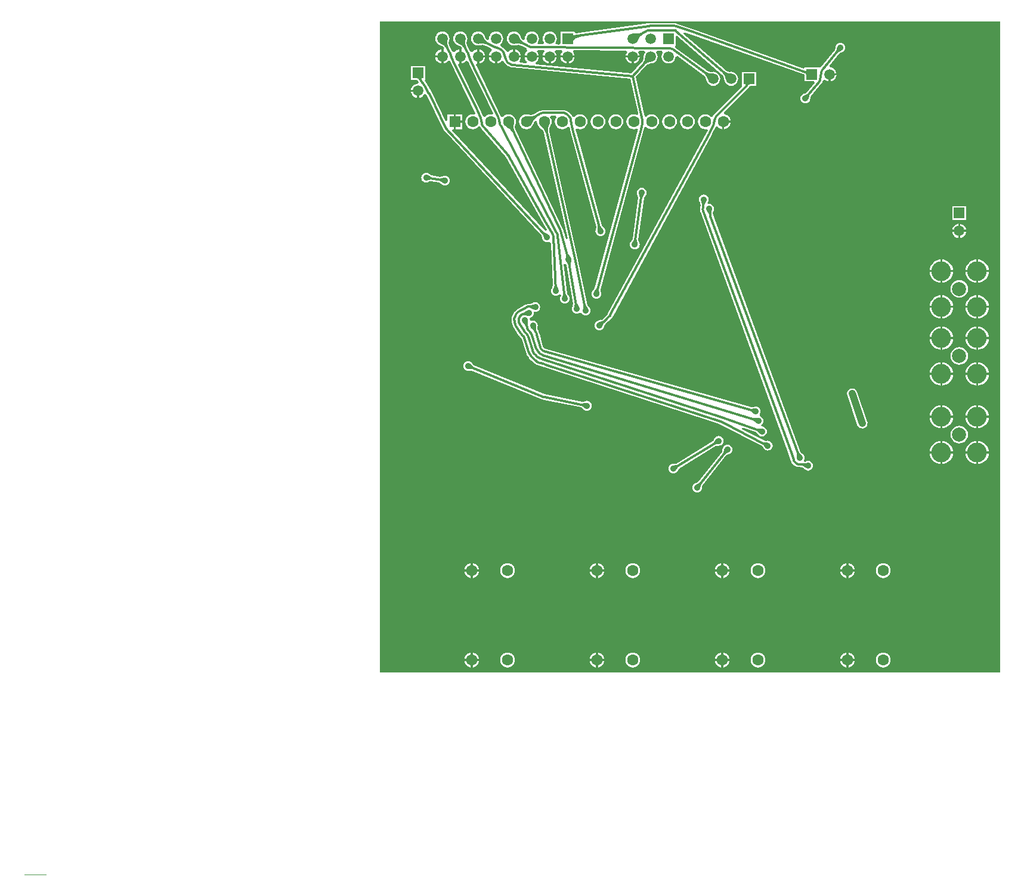
<source format=gbl>
%FSLAX25Y25*%
%MOIN*%
G70*
G01*
G75*
G04 Layer_Physical_Order=2*
G04 Layer_Color=16711680*
%ADD10C,0.00984*%
%ADD11C,0.01181*%
%ADD12R,0.07480X0.09350*%
%ADD13R,0.07480X0.04626*%
%ADD14R,0.08268X0.05709*%
%ADD15R,0.08268X0.05630*%
%ADD16R,0.05433X0.01575*%
%ADD17R,0.04331X0.02559*%
%ADD18R,0.02756X0.03543*%
%ADD19R,0.02165X0.06890*%
%ADD20R,0.06890X0.02165*%
%ADD21R,0.10236X0.04331*%
%ADD22R,0.05512X0.05512*%
%ADD23R,0.09449X0.12598*%
%ADD24R,0.09449X0.03937*%
%ADD25R,0.04528X0.02362*%
%ADD26R,0.03543X0.02756*%
%ADD27R,0.03150X0.03543*%
%ADD28R,0.03543X0.03150*%
%ADD29R,0.02362X0.00984*%
%ADD30R,0.00984X0.02362*%
%ADD31R,0.20079X0.20079*%
%ADD32R,0.04331X0.10236*%
%ADD33R,0.05512X0.05512*%
%ADD34R,0.07874X0.21654*%
%ADD35R,0.05906X0.05906*%
%ADD36C,0.03937*%
%ADD37C,0.04724*%
%ADD38C,0.01000*%
%ADD39C,0.05906*%
%ADD40C,0.06299*%
%ADD41R,0.06299X0.06299*%
%ADD42C,0.07874*%
%ADD43C,0.11024*%
%ADD44R,0.05906X0.05906*%
%ADD45C,0.19685*%
%ADD46C,0.20472*%
%ADD47C,0.03150*%
%ADD48C,0.03543*%
%ADD49C,0.00000*%
G36*
X545276Y112992D02*
X198819D01*
Y477165D01*
X545276D01*
Y112992D01*
D02*
G37*
%LPC*%
G36*
X531910Y235472D02*
X526015D01*
X526082Y234787D01*
X526455Y233559D01*
X527059Y232428D01*
X527873Y231436D01*
X528865Y230622D01*
X529996Y230018D01*
X531223Y229645D01*
X531910Y229578D01*
Y235472D01*
D02*
G37*
G36*
X518985D02*
X513091D01*
Y229578D01*
X513776Y229645D01*
X515004Y230018D01*
X516135Y230622D01*
X517127Y231436D01*
X517941Y232428D01*
X518545Y233559D01*
X518918Y234787D01*
X518985Y235472D01*
D02*
G37*
G36*
X511909D02*
X506015D01*
X506082Y234787D01*
X506455Y233559D01*
X507059Y232428D01*
X507873Y231436D01*
X508865Y230622D01*
X509996Y230018D01*
X511224Y229645D01*
X511909Y229578D01*
Y235472D01*
D02*
G37*
G36*
X538985D02*
X533090D01*
Y229578D01*
X533777Y229645D01*
X535004Y230018D01*
X536135Y230622D01*
X537127Y231436D01*
X537941Y232428D01*
X538545Y233559D01*
X538918Y234787D01*
X538985Y235472D01*
D02*
G37*
G36*
X513091Y242548D02*
Y236653D01*
X518985D01*
X518918Y237339D01*
X518545Y238567D01*
X517941Y239698D01*
X517127Y240690D01*
X516135Y241504D01*
X515004Y242108D01*
X513776Y242481D01*
X513091Y242548D01*
D02*
G37*
G36*
X511909D02*
X511224Y242481D01*
X509996Y242108D01*
X508865Y241504D01*
X507873Y240690D01*
X507059Y239698D01*
X506455Y238567D01*
X506082Y237339D01*
X506015Y236653D01*
X511909D01*
Y242548D01*
D02*
G37*
G36*
X392911Y240532D02*
X392202Y240439D01*
X391541Y240165D01*
X390974Y239730D01*
X390539Y239162D01*
X390265Y238501D01*
X390172Y237792D01*
X390183Y237705D01*
X390173Y237654D01*
X390201Y237515D01*
X390168Y237470D01*
X390168Y237470D01*
X390168Y237470D01*
X390168D01*
X390168D01*
X390168Y237470D01*
X389903Y236535D01*
X389903Y236535D01*
X389906Y236512D01*
X376551Y219603D01*
X376529Y219601D01*
X376529Y219601D01*
X376105Y219363D01*
X375680Y219126D01*
X375680Y219126D01*
X375685Y219086D01*
X375616Y219072D01*
X375294Y219029D01*
X374633Y218756D01*
X374065Y218320D01*
X373630Y217753D01*
X373356Y217092D01*
X373263Y216383D01*
X373356Y215673D01*
X373630Y215013D01*
X374065Y214445D01*
X374633Y214010D01*
X375294Y213736D01*
X376003Y213643D01*
X376712Y213736D01*
X377373Y214010D01*
X377940Y214445D01*
X378376Y215013D01*
X378649Y215673D01*
X378743Y216383D01*
X378731Y216470D01*
X378741Y216521D01*
X378714Y216660D01*
X378746Y216705D01*
X378746D01*
X379011Y217640D01*
X379011Y217640D01*
X379009Y217663D01*
X392363Y234572D01*
X392385Y234574D01*
X392385Y234574D01*
X393234Y235049D01*
X393234Y235049D01*
X393234Y235049D01*
X393234Y235049D01*
X393229Y235089D01*
X393298Y235103D01*
X393621Y235145D01*
X394281Y235419D01*
X394849Y235855D01*
X395284Y236422D01*
X395558Y237083D01*
X395651Y237792D01*
X395558Y238501D01*
X395284Y239162D01*
X394849Y239730D01*
X394281Y240165D01*
X393621Y240439D01*
X392911Y240532D01*
D02*
G37*
G36*
X460591Y174108D02*
Y170591D01*
X464108D01*
X464043Y171083D01*
X463625Y172093D01*
X462959Y172959D01*
X462093Y173625D01*
X461083Y174043D01*
X460591Y174108D01*
D02*
G37*
G36*
X319409D02*
X318917Y174043D01*
X317907Y173625D01*
X317040Y172959D01*
X316375Y172093D01*
X315957Y171083D01*
X315892Y170591D01*
X319409D01*
Y174108D01*
D02*
G37*
G36*
X250590D02*
Y170591D01*
X254108D01*
X254043Y171083D01*
X253625Y172093D01*
X252959Y172959D01*
X252093Y173625D01*
X251083Y174043D01*
X250590Y174108D01*
D02*
G37*
G36*
X249410D02*
X248917Y174043D01*
X247907Y173625D01*
X247041Y172959D01*
X246375Y172093D01*
X245957Y171083D01*
X245892Y170591D01*
X249410D01*
Y174108D01*
D02*
G37*
G36*
X320590D02*
Y170591D01*
X324108D01*
X324043Y171083D01*
X323625Y172093D01*
X322959Y172959D01*
X322093Y173625D01*
X321083Y174043D01*
X320590Y174108D01*
D02*
G37*
G36*
X459410D02*
X458917Y174043D01*
X457907Y173625D01*
X457041Y172959D01*
X456375Y172093D01*
X455957Y171083D01*
X455892Y170591D01*
X459410D01*
Y174108D01*
D02*
G37*
G36*
X390591D02*
Y170591D01*
X394108D01*
X394043Y171083D01*
X393625Y172093D01*
X392959Y172959D01*
X392093Y173625D01*
X391083Y174043D01*
X390591Y174108D01*
D02*
G37*
G36*
X389409D02*
X388917Y174043D01*
X387907Y173625D01*
X387040Y172959D01*
X386375Y172093D01*
X385957Y171083D01*
X385892Y170591D01*
X389409D01*
Y174108D01*
D02*
G37*
G36*
X531910Y242548D02*
X531223Y242481D01*
X529996Y242108D01*
X528865Y241504D01*
X527873Y240690D01*
X527059Y239698D01*
X526455Y238567D01*
X526082Y237339D01*
X526015Y236653D01*
X531910D01*
Y242548D01*
D02*
G37*
G36*
Y262548D02*
X531223Y262481D01*
X529996Y262108D01*
X528865Y261504D01*
X527873Y260690D01*
X527059Y259698D01*
X526455Y258567D01*
X526082Y257340D01*
X526015Y256653D01*
X531910D01*
Y262548D01*
D02*
G37*
G36*
X513091D02*
Y256653D01*
X518985D01*
X518918Y257340D01*
X518545Y258567D01*
X517941Y259698D01*
X517127Y260690D01*
X516135Y261504D01*
X515004Y262108D01*
X513776Y262481D01*
X513091Y262548D01*
D02*
G37*
G36*
X511909D02*
X511224Y262481D01*
X509996Y262108D01*
X508865Y261504D01*
X507873Y260690D01*
X507059Y259698D01*
X506455Y258567D01*
X506082Y257340D01*
X506015Y256653D01*
X511909D01*
Y262548D01*
D02*
G37*
G36*
X533090D02*
Y256653D01*
X538985D01*
X538918Y257340D01*
X538545Y258567D01*
X537941Y259698D01*
X537127Y260690D01*
X536135Y261504D01*
X535004Y262108D01*
X533777Y262481D01*
X533090Y262548D01*
D02*
G37*
G36*
X518985Y279410D02*
X513091D01*
Y273515D01*
X513776Y273582D01*
X515004Y273955D01*
X516135Y274559D01*
X517127Y275373D01*
X517941Y276365D01*
X518545Y277496D01*
X518918Y278724D01*
X518985Y279410D01*
D02*
G37*
G36*
X511909D02*
X506015D01*
X506082Y278724D01*
X506455Y277496D01*
X507059Y276365D01*
X507873Y275373D01*
X508865Y274559D01*
X509996Y273955D01*
X511224Y273582D01*
X511909Y273515D01*
Y279410D01*
D02*
G37*
G36*
X248134Y287094D02*
X247425Y287001D01*
X246764Y286727D01*
X246197Y286292D01*
X245761Y285724D01*
X245488Y285064D01*
X245394Y284354D01*
X245488Y283645D01*
X245761Y282984D01*
X246197Y282417D01*
X246764Y281981D01*
X247425Y281708D01*
X248134Y281614D01*
X248843Y281708D01*
X249039Y281789D01*
X249190Y281819D01*
X249196Y281823D01*
X249196Y281823D01*
X249694Y281926D01*
X250163Y281833D01*
X289487Y265749D01*
X289488Y265749D01*
X289488Y265749D01*
X289600Y265704D01*
X289671Y265690D01*
X289736Y265655D01*
X289962Y265586D01*
X290037Y265579D01*
X290105Y265550D01*
X290225Y265526D01*
X290225D01*
X290225Y265526D01*
X311230Y261246D01*
X311226Y261226D01*
X312029Y260684D01*
X312029D01*
D01*
X312029Y260684D01*
Y260684D01*
X312065Y260708D01*
X312127Y260628D01*
X312245Y260452D01*
X312280Y260428D01*
X312399Y260273D01*
X312967Y259838D01*
X313627Y259564D01*
X314337Y259471D01*
X315046Y259564D01*
X315707Y259838D01*
X316274Y260273D01*
X316709Y260841D01*
X316983Y261502D01*
X317077Y262211D01*
X316983Y262920D01*
X316709Y263581D01*
X316274Y264148D01*
X315707Y264583D01*
X315046Y264857D01*
X314337Y264951D01*
X313627Y264857D01*
X313128Y264651D01*
X313086Y264642D01*
X313050Y264618D01*
X312967Y264583D01*
X312869Y264508D01*
X312810Y264518D01*
D01*
Y264518D01*
D01*
Y264518D01*
D01*
D01*
X312810D01*
X312810D01*
X312810D01*
D01*
D01*
Y264518D01*
D01*
D01*
Y264518D01*
X311859Y264333D01*
Y264333D01*
X311836Y264318D01*
X290850Y268593D01*
D01*
X290803Y268603D01*
X290717Y268629D01*
X290673Y268647D01*
X290673Y268647D01*
X251339Y284735D01*
X250940Y285001D01*
X250665Y285413D01*
X250666Y285416D01*
X250666Y285416D01*
X250584Y285538D01*
X250507Y285724D01*
X250072Y286292D01*
X249504Y286727D01*
X248843Y287001D01*
X248134Y287094D01*
D02*
G37*
G36*
X538985Y255472D02*
X533090D01*
Y249578D01*
X533777Y249645D01*
X535004Y250018D01*
X536135Y250622D01*
X537127Y251436D01*
X537941Y252428D01*
X538545Y253559D01*
X538918Y254786D01*
X538985Y255472D01*
D02*
G37*
G36*
X388053Y245307D02*
X387344Y245214D01*
X386683Y244940D01*
X386116Y244505D01*
X385680Y243937D01*
X385504Y243510D01*
X385459Y243443D01*
X385443Y243364D01*
X385406Y243277D01*
X385402Y243241D01*
X385365Y243216D01*
X385365Y243216D01*
Y243216D01*
D01*
X385365D01*
X385365Y243216D01*
X384794Y242432D01*
X384794Y242432D01*
X384794Y242432D01*
X384804Y242416D01*
X384804Y242416D01*
X384804D01*
D01*
X364302Y229882D01*
X364276Y229888D01*
X364276Y229888D01*
X363318Y229738D01*
X363318Y229738D01*
X363264Y229711D01*
X363098Y229733D01*
X362946Y229763D01*
X362915Y229757D01*
X362669Y229789D01*
X361960Y229696D01*
X361299Y229422D01*
X360732Y228987D01*
X360296Y228419D01*
X360023Y227758D01*
X359929Y227049D01*
X360023Y226340D01*
X360296Y225679D01*
X360732Y225112D01*
X361299Y224676D01*
X361960Y224403D01*
X362669Y224309D01*
X363379Y224403D01*
X364039Y224676D01*
X364607Y225112D01*
X365042Y225679D01*
X365219Y226106D01*
X365264Y226173D01*
X365280Y226252D01*
X365316Y226340D01*
X365320Y226375D01*
X365358Y226401D01*
X365358D01*
X365929Y227185D01*
X365919Y227201D01*
X386421Y239735D01*
X386447Y239728D01*
X386447Y239728D01*
X387405Y239879D01*
X387405Y239879D01*
X387405D01*
X387405Y239879D01*
X387413Y239912D01*
X387625Y239884D01*
X387776Y239854D01*
X387807Y239860D01*
X388053Y239827D01*
X388762Y239921D01*
X389423Y240194D01*
X389991Y240630D01*
X390426Y241197D01*
X390700Y241858D01*
X390793Y242567D01*
X390700Y243277D01*
X390426Y243937D01*
X389991Y244505D01*
X389423Y244940D01*
X388762Y245214D01*
X388053Y245307D01*
D02*
G37*
G36*
X522500Y250987D02*
X521226Y250819D01*
X520038Y250327D01*
X519018Y249545D01*
X518236Y248525D01*
X517744Y247337D01*
X517576Y246063D01*
X517744Y244789D01*
X518236Y243601D01*
X519018Y242581D01*
X520038Y241799D01*
X521226Y241307D01*
X522500Y241139D01*
X523774Y241307D01*
X524962Y241799D01*
X525982Y242581D01*
X526764Y243601D01*
X527256Y244789D01*
X527424Y246063D01*
X527256Y247337D01*
X526764Y248525D01*
X525982Y249545D01*
X524962Y250327D01*
X523774Y250819D01*
X522500Y250987D01*
D02*
G37*
G36*
X533090Y242548D02*
Y236653D01*
X538985D01*
X538918Y237339D01*
X538545Y238567D01*
X537941Y239698D01*
X537127Y240690D01*
X536135Y241504D01*
X535004Y242108D01*
X533777Y242481D01*
X533090Y242548D01*
D02*
G37*
G36*
X462459Y271865D02*
X461707Y271714D01*
X461020Y271373D01*
X460444Y270866D01*
X460019Y270227D01*
X459774Y269500D01*
X459726Y268734D01*
X459877Y267982D01*
X465507Y251526D01*
X465848Y250838D01*
X466355Y250263D01*
X466994Y249838D01*
X467721Y249593D01*
X468486Y249545D01*
X469239Y249696D01*
X469926Y250037D01*
X470501Y250545D01*
X470926Y251183D01*
X471171Y251910D01*
X471219Y252676D01*
X471068Y253428D01*
X465438Y269885D01*
X465097Y270572D01*
X464590Y271147D01*
X463951Y271572D01*
X463224Y271817D01*
X462459Y271865D01*
D02*
G37*
G36*
X531910Y255472D02*
X526015D01*
X526082Y254786D01*
X526455Y253559D01*
X527059Y252428D01*
X527873Y251436D01*
X528865Y250622D01*
X529996Y250018D01*
X531223Y249645D01*
X531910Y249578D01*
Y255472D01*
D02*
G37*
G36*
X518985D02*
X513091D01*
Y249578D01*
X513776Y249645D01*
X515004Y250018D01*
X516135Y250622D01*
X517127Y251436D01*
X517941Y252428D01*
X518545Y253559D01*
X518918Y254786D01*
X518985Y255472D01*
D02*
G37*
G36*
X511909D02*
X506015D01*
X506082Y254786D01*
X506455Y253559D01*
X507059Y252428D01*
X507873Y251436D01*
X508865Y250622D01*
X509996Y250018D01*
X511224Y249645D01*
X511909Y249578D01*
Y255472D01*
D02*
G37*
G36*
X464108Y169409D02*
X460591D01*
Y165892D01*
X461083Y165957D01*
X462093Y166375D01*
X462959Y167041D01*
X463625Y167907D01*
X464043Y168917D01*
X464108Y169409D01*
D02*
G37*
G36*
X459410Y119409D02*
X455892D01*
X455957Y118917D01*
X456375Y117907D01*
X457041Y117041D01*
X457907Y116375D01*
X458917Y115957D01*
X459410Y115892D01*
Y119409D01*
D02*
G37*
G36*
X394108D02*
X390591D01*
Y115892D01*
X391083Y115957D01*
X392093Y116375D01*
X392959Y117041D01*
X393625Y117907D01*
X394043Y118917D01*
X394108Y119409D01*
D02*
G37*
G36*
X389409D02*
X385892D01*
X385957Y118917D01*
X386375Y117907D01*
X387040Y117041D01*
X387907Y116375D01*
X388917Y115957D01*
X389409Y115892D01*
Y119409D01*
D02*
G37*
G36*
X464108D02*
X460591D01*
Y115892D01*
X461083Y115957D01*
X462093Y116375D01*
X462959Y117041D01*
X463625Y117907D01*
X464043Y118917D01*
X464108Y119409D01*
D02*
G37*
G36*
X319409Y124108D02*
X318917Y124043D01*
X317907Y123625D01*
X317040Y122959D01*
X316375Y122093D01*
X315957Y121083D01*
X315892Y120591D01*
X319409D01*
Y124108D01*
D02*
G37*
G36*
X250590D02*
Y120591D01*
X254108D01*
X254043Y121083D01*
X253625Y122093D01*
X252959Y122959D01*
X252093Y123625D01*
X251083Y124043D01*
X250590Y124108D01*
D02*
G37*
G36*
X249410D02*
X248917Y124043D01*
X247907Y123625D01*
X247041Y122959D01*
X246375Y122093D01*
X245957Y121083D01*
X245892Y120591D01*
X249410D01*
Y124108D01*
D02*
G37*
G36*
X324108Y119409D02*
X320590D01*
Y115892D01*
X321083Y115957D01*
X322093Y116375D01*
X322959Y117041D01*
X323625Y117907D01*
X324043Y118917D01*
X324108Y119409D01*
D02*
G37*
G36*
X410000Y124130D02*
X408931Y123989D01*
X407935Y123576D01*
X407080Y122920D01*
X406424Y122065D01*
X406011Y121069D01*
X405870Y120000D01*
X406011Y118931D01*
X406424Y117935D01*
X407080Y117080D01*
X407935Y116423D01*
X408931Y116011D01*
X410000Y115870D01*
X411069Y116011D01*
X412065Y116423D01*
X412920Y117080D01*
X413577Y117935D01*
X413989Y118931D01*
X414130Y120000D01*
X413989Y121069D01*
X413577Y122065D01*
X412920Y122920D01*
X412065Y123576D01*
X411069Y123989D01*
X410000Y124130D01*
D02*
G37*
G36*
X340000D02*
X338931Y123989D01*
X337935Y123576D01*
X337080Y122920D01*
X336423Y122065D01*
X336011Y121069D01*
X335870Y120000D01*
X336011Y118931D01*
X336423Y117935D01*
X337080Y117080D01*
X337935Y116423D01*
X338931Y116011D01*
X340000Y115870D01*
X341069Y116011D01*
X342065Y116423D01*
X342920Y117080D01*
X343577Y117935D01*
X343989Y118931D01*
X344130Y120000D01*
X343989Y121069D01*
X343577Y122065D01*
X342920Y122920D01*
X342065Y123576D01*
X341069Y123989D01*
X340000Y124130D01*
D02*
G37*
G36*
X270000D02*
X268931Y123989D01*
X267935Y123576D01*
X267080Y122920D01*
X266424Y122065D01*
X266011Y121069D01*
X265870Y120000D01*
X266011Y118931D01*
X266424Y117935D01*
X267080Y117080D01*
X267935Y116423D01*
X268931Y116011D01*
X270000Y115870D01*
X271069Y116011D01*
X272065Y116423D01*
X272920Y117080D01*
X273576Y117935D01*
X273989Y118931D01*
X274130Y120000D01*
X273989Y121069D01*
X273576Y122065D01*
X272920Y122920D01*
X272065Y123576D01*
X271069Y123989D01*
X270000Y124130D01*
D02*
G37*
G36*
X480000D02*
X478931Y123989D01*
X477935Y123576D01*
X477080Y122920D01*
X476424Y122065D01*
X476011Y121069D01*
X475870Y120000D01*
X476011Y118931D01*
X476424Y117935D01*
X477080Y117080D01*
X477935Y116423D01*
X478931Y116011D01*
X480000Y115870D01*
X481069Y116011D01*
X482065Y116423D01*
X482920Y117080D01*
X483576Y117935D01*
X483989Y118931D01*
X484130Y120000D01*
X483989Y121069D01*
X483576Y122065D01*
X482920Y122920D01*
X482065Y123576D01*
X481069Y123989D01*
X480000Y124130D01*
D02*
G37*
G36*
X319409Y119409D02*
X315892D01*
X315957Y118917D01*
X316375Y117907D01*
X317040Y117041D01*
X317907Y116375D01*
X318917Y115957D01*
X319409Y115892D01*
Y119409D01*
D02*
G37*
G36*
X254108D02*
X250590D01*
Y115892D01*
X251083Y115957D01*
X252093Y116375D01*
X252959Y117041D01*
X253625Y117907D01*
X254043Y118917D01*
X254108Y119409D01*
D02*
G37*
G36*
X249410D02*
X245892D01*
X245957Y118917D01*
X246375Y117907D01*
X247041Y117041D01*
X247907Y116375D01*
X248917Y115957D01*
X249410Y115892D01*
Y119409D01*
D02*
G37*
G36*
X320590Y124108D02*
Y120591D01*
X324108D01*
X324043Y121083D01*
X323625Y122093D01*
X322959Y122959D01*
X322093Y123625D01*
X321083Y124043D01*
X320590Y124108D01*
D02*
G37*
G36*
X319409Y169409D02*
X315892D01*
X315957Y168917D01*
X316375Y167907D01*
X317040Y167041D01*
X317907Y166375D01*
X318917Y165957D01*
X319409Y165892D01*
Y169409D01*
D02*
G37*
G36*
X254108D02*
X250590D01*
Y165892D01*
X251083Y165957D01*
X252093Y166375D01*
X252959Y167041D01*
X253625Y167907D01*
X254043Y168917D01*
X254108Y169409D01*
D02*
G37*
G36*
X249410D02*
X245892D01*
X245957Y168917D01*
X246375Y167907D01*
X247041Y167041D01*
X247907Y166375D01*
X248917Y165957D01*
X249410Y165892D01*
Y169409D01*
D02*
G37*
G36*
X324108D02*
X320590D01*
Y165892D01*
X321083Y165957D01*
X322093Y166375D01*
X322959Y167041D01*
X323625Y167907D01*
X324043Y168917D01*
X324108Y169409D01*
D02*
G37*
G36*
X459410D02*
X455892D01*
X455957Y168917D01*
X456375Y167907D01*
X457041Y167041D01*
X457907Y166375D01*
X458917Y165957D01*
X459410Y165892D01*
Y169409D01*
D02*
G37*
G36*
X394108D02*
X390591D01*
Y165892D01*
X391083Y165957D01*
X392093Y166375D01*
X392959Y167041D01*
X393625Y167907D01*
X394043Y168917D01*
X394108Y169409D01*
D02*
G37*
G36*
X389409D02*
X385892D01*
X385957Y168917D01*
X386375Y167907D01*
X387040Y167041D01*
X387907Y166375D01*
X388917Y165957D01*
X389409Y165892D01*
Y169409D01*
D02*
G37*
G36*
X480000Y174130D02*
X478931Y173989D01*
X477935Y173576D01*
X477080Y172920D01*
X476424Y172065D01*
X476011Y171069D01*
X475870Y170000D01*
X476011Y168931D01*
X476424Y167935D01*
X477080Y167080D01*
X477935Y166423D01*
X478931Y166011D01*
X480000Y165870D01*
X481069Y166011D01*
X482065Y166423D01*
X482920Y167080D01*
X483576Y167935D01*
X483989Y168931D01*
X484130Y170000D01*
X483989Y171069D01*
X483576Y172065D01*
X482920Y172920D01*
X482065Y173576D01*
X481069Y173989D01*
X480000Y174130D01*
D02*
G37*
G36*
X459410Y124108D02*
X458917Y124043D01*
X457907Y123625D01*
X457041Y122959D01*
X456375Y122093D01*
X455957Y121083D01*
X455892Y120591D01*
X459410D01*
Y124108D01*
D02*
G37*
G36*
X390591D02*
Y120591D01*
X394108D01*
X394043Y121083D01*
X393625Y122093D01*
X392959Y122959D01*
X392093Y123625D01*
X391083Y124043D01*
X390591Y124108D01*
D02*
G37*
G36*
X389409D02*
X388917Y124043D01*
X387907Y123625D01*
X387040Y122959D01*
X386375Y122093D01*
X385957Y121083D01*
X385892Y120591D01*
X389409D01*
Y124108D01*
D02*
G37*
G36*
X460591D02*
Y120591D01*
X464108D01*
X464043Y121083D01*
X463625Y122093D01*
X462959Y122959D01*
X462093Y123625D01*
X461083Y124043D01*
X460591Y124108D01*
D02*
G37*
G36*
X410000Y174130D02*
X408931Y173989D01*
X407935Y173576D01*
X407080Y172920D01*
X406424Y172065D01*
X406011Y171069D01*
X405870Y170000D01*
X406011Y168931D01*
X406424Y167935D01*
X407080Y167080D01*
X407935Y166423D01*
X408931Y166011D01*
X410000Y165870D01*
X411069Y166011D01*
X412065Y166423D01*
X412920Y167080D01*
X413577Y167935D01*
X413989Y168931D01*
X414130Y170000D01*
X413989Y171069D01*
X413577Y172065D01*
X412920Y172920D01*
X412065Y173576D01*
X411069Y173989D01*
X410000Y174130D01*
D02*
G37*
G36*
X340000D02*
X338931Y173989D01*
X337935Y173576D01*
X337080Y172920D01*
X336423Y172065D01*
X336011Y171069D01*
X335870Y170000D01*
X336011Y168931D01*
X336423Y167935D01*
X337080Y167080D01*
X337935Y166423D01*
X338931Y166011D01*
X340000Y165870D01*
X341069Y166011D01*
X342065Y166423D01*
X342920Y167080D01*
X343577Y167935D01*
X343989Y168931D01*
X344130Y170000D01*
X343989Y171069D01*
X343577Y172065D01*
X342920Y172920D01*
X342065Y173576D01*
X341069Y173989D01*
X340000Y174130D01*
D02*
G37*
G36*
X270000D02*
X268931Y173989D01*
X267935Y173576D01*
X267080Y172920D01*
X266424Y172065D01*
X266011Y171069D01*
X265870Y170000D01*
X266011Y168931D01*
X266424Y167935D01*
X267080Y167080D01*
X267935Y166423D01*
X268931Y166011D01*
X270000Y165870D01*
X271069Y166011D01*
X272065Y166423D01*
X272920Y167080D01*
X273576Y167935D01*
X273989Y168931D01*
X274130Y170000D01*
X273989Y171069D01*
X273576Y172065D01*
X272920Y172920D01*
X272065Y173576D01*
X271069Y173989D01*
X270000Y174130D01*
D02*
G37*
G36*
X531910Y279410D02*
X526015D01*
X526082Y278724D01*
X526455Y277496D01*
X527059Y276365D01*
X527873Y275373D01*
X528865Y274559D01*
X529996Y273955D01*
X531223Y273582D01*
X531910Y273515D01*
Y279410D01*
D02*
G37*
G36*
X330591Y425130D02*
X329522Y424989D01*
X328526Y424577D01*
X327670Y423920D01*
X327014Y423065D01*
X326602Y422069D01*
X326461Y421000D01*
X326602Y419931D01*
X327014Y418935D01*
X327670Y418080D01*
X328526Y417423D01*
X329522Y417011D01*
X330591Y416870D01*
X331659Y417011D01*
X332656Y417423D01*
X333511Y418080D01*
X334167Y418935D01*
X334580Y419931D01*
X334720Y421000D01*
X334580Y422069D01*
X334167Y423065D01*
X333511Y423920D01*
X332656Y424577D01*
X331659Y424989D01*
X330591Y425130D01*
D02*
G37*
G36*
X360591D02*
X359522Y424989D01*
X358526Y424577D01*
X357670Y423920D01*
X357014Y423065D01*
X356602Y422069D01*
X356461Y421000D01*
X356602Y419931D01*
X357014Y418935D01*
X357670Y418080D01*
X358526Y417423D01*
X359522Y417011D01*
X360591Y416870D01*
X361659Y417011D01*
X362655Y417423D01*
X363511Y418080D01*
X364167Y418935D01*
X364580Y419931D01*
X364720Y421000D01*
X364580Y422069D01*
X364167Y423065D01*
X363511Y423920D01*
X362655Y424577D01*
X361659Y424989D01*
X360591Y425130D01*
D02*
G37*
G36*
X244740Y420409D02*
X241181D01*
Y416850D01*
X244740D01*
Y420409D01*
D02*
G37*
G36*
X320590Y425130D02*
X319522Y424989D01*
X318526Y424577D01*
X317670Y423920D01*
X317014Y423065D01*
X316601Y422069D01*
X316461Y421000D01*
X316601Y419931D01*
X317014Y418935D01*
X317670Y418080D01*
X318526Y417423D01*
X319522Y417011D01*
X320590Y416870D01*
X321659Y417011D01*
X322656Y417423D01*
X323511Y418080D01*
X324167Y418935D01*
X324580Y419931D01*
X324720Y421000D01*
X324580Y422069D01*
X324167Y423065D01*
X323511Y423920D01*
X322656Y424577D01*
X321659Y424989D01*
X320590Y425130D01*
D02*
G37*
G36*
X244740Y425150D02*
X241181D01*
Y421591D01*
X244740D01*
Y425150D01*
D02*
G37*
G36*
X408898Y448898D02*
X401102D01*
Y441102D01*
X401102Y441102D01*
X401102D01*
X401190Y440891D01*
X385987Y425570D01*
X385987Y425570D01*
X385462Y425042D01*
X385332Y424846D01*
X385184Y424662D01*
X384707Y423746D01*
X383711Y423660D01*
X383511Y423920D01*
X382656Y424577D01*
X381659Y424989D01*
X380591Y425130D01*
X379522Y424989D01*
X378526Y424577D01*
X377670Y423920D01*
X377014Y423065D01*
X376602Y422069D01*
X376461Y421000D01*
X376602Y419931D01*
X377014Y418935D01*
X377670Y418080D01*
X378526Y417423D01*
X379522Y417011D01*
X380591Y416870D01*
X381354Y416971D01*
X381936Y416157D01*
X381684Y415650D01*
X381653Y415590D01*
X381285Y414913D01*
X381284Y414912D01*
X326152Y313671D01*
X326152Y313671D01*
X326117Y313608D01*
X326032Y313493D01*
X325982Y313443D01*
X325982Y313443D01*
X324300Y311762D01*
X324300Y311762D01*
X324287Y311749D01*
X324261Y311725D01*
X324251Y311716D01*
X324250Y311714D01*
X324248Y311713D01*
X322536Y310232D01*
X322529Y310239D01*
X321602Y309931D01*
Y309931D01*
X321573Y309909D01*
X321489Y309925D01*
X321444Y309916D01*
X321404Y309922D01*
X320695Y309828D01*
X320034Y309555D01*
X319466Y309119D01*
X319031Y308552D01*
X318757Y307891D01*
X318664Y307182D01*
X318757Y306473D01*
X319031Y305812D01*
X319466Y305244D01*
X320034Y304809D01*
X320695Y304535D01*
X321404Y304442D01*
X322113Y304535D01*
X322774Y304809D01*
X323341Y305244D01*
X323777Y305812D01*
X324051Y306473D01*
X324104Y306877D01*
X324109Y306901D01*
X324104Y306877D01*
X324153Y306983D01*
Y306983D01*
X324153D01*
X324591Y307856D01*
D01*
X324690Y307955D01*
X326296Y309345D01*
X326327Y309372D01*
X326346Y309396D01*
X326373Y309413D01*
X326441Y309476D01*
X326458Y309499D01*
X326481Y309515D01*
X326514Y309548D01*
X326514Y309548D01*
X326514Y309548D01*
X328196Y311229D01*
X328196Y311229D01*
X328196Y311229D01*
X328325Y311359D01*
X328388Y311452D01*
X328471Y311528D01*
X328692Y311822D01*
X328740Y311924D01*
X328813Y312011D01*
X328901Y312173D01*
X328901Y312173D01*
X328901Y312173D01*
X384034Y413415D01*
X384034Y413415D01*
X384411Y414107D01*
X384416Y414122D01*
X384426Y414135D01*
X384471Y414222D01*
X384475Y414236D01*
X384484Y414247D01*
X386403Y418119D01*
X386441Y418197D01*
X387148Y418266D01*
X387539Y418160D01*
X387631Y418041D01*
X388498Y417375D01*
X389507Y416957D01*
X390000Y416892D01*
Y421000D01*
X390591D01*
Y421591D01*
X394698D01*
X394633Y422083D01*
X394215Y423093D01*
X393550Y423959D01*
X392683Y424625D01*
X391674Y425043D01*
X391199Y425105D01*
X390876Y426052D01*
X404416Y439697D01*
X404416Y439697D01*
X404662Y439945D01*
X404832Y440199D01*
X405000Y440452D01*
X405062Y440603D01*
X405066Y440605D01*
X405066D01*
X405067Y440607D01*
X405257Y440893D01*
X405543Y441083D01*
X405638Y441102D01*
X408898D01*
Y448898D01*
D02*
G37*
G36*
X370590Y425130D02*
X369522Y424989D01*
X368526Y424577D01*
X367670Y423920D01*
X367014Y423065D01*
X366601Y422069D01*
X366461Y421000D01*
X366601Y419931D01*
X367014Y418935D01*
X367670Y418080D01*
X368526Y417423D01*
X369522Y417011D01*
X370590Y416870D01*
X371659Y417011D01*
X372656Y417423D01*
X373511Y418080D01*
X374167Y418935D01*
X374580Y419931D01*
X374720Y421000D01*
X374580Y422069D01*
X374167Y423065D01*
X373511Y423920D01*
X372656Y424577D01*
X371659Y424989D01*
X370590Y425130D01*
D02*
G37*
G36*
X394698Y420409D02*
X391181D01*
Y416892D01*
X391674Y416957D01*
X392683Y417375D01*
X393550Y418041D01*
X394215Y418907D01*
X394633Y419917D01*
X394698Y420409D01*
D02*
G37*
G36*
X521910Y363909D02*
X521468Y363851D01*
X520507Y363453D01*
X519681Y362819D01*
X519047Y361993D01*
X518649Y361032D01*
X518591Y360591D01*
X521910D01*
Y363909D01*
D02*
G37*
G36*
X523091D02*
Y360591D01*
X526409D01*
X526351Y361032D01*
X525953Y361993D01*
X525319Y362819D01*
X524493Y363453D01*
X523532Y363851D01*
X523091Y363909D01*
D02*
G37*
G36*
X521910Y359409D02*
X518591D01*
X518649Y358968D01*
X519047Y358007D01*
X519681Y357181D01*
X520507Y356547D01*
X521468Y356149D01*
X521910Y356091D01*
Y359409D01*
D02*
G37*
G36*
X526409D02*
X523091D01*
Y356091D01*
X523532Y356149D01*
X524493Y356547D01*
X525319Y357181D01*
X525953Y358007D01*
X526351Y358968D01*
X526409Y359409D01*
D02*
G37*
G36*
X345056Y384015D02*
X344346Y383922D01*
X343686Y383648D01*
X343118Y383213D01*
X342683Y382645D01*
X342409Y381984D01*
X342316Y381275D01*
X342409Y380566D01*
X342683Y379905D01*
X342683D01*
X342683Y379905D01*
X342859Y379598D01*
D01*
X342859Y379598D01*
X343108Y378659D01*
X343108D01*
X343123Y378640D01*
X340003Y355360D01*
X339984Y355346D01*
D01*
X339496Y354506D01*
X339496D01*
X339487Y354446D01*
X339350Y354355D01*
X339321Y354312D01*
X339237Y354246D01*
X338801Y353679D01*
X338527Y353018D01*
X338434Y352309D01*
X338527Y351600D01*
X338801Y350939D01*
X339237Y350372D01*
X339804Y349936D01*
X340465Y349662D01*
X341174Y349569D01*
X341883Y349662D01*
X342544Y349936D01*
X343111Y350372D01*
X343547Y350939D01*
X343821Y351600D01*
X343914Y352309D01*
X343821Y353018D01*
X343547Y353679D01*
X343547D01*
X343547Y353679D01*
X343371Y353987D01*
D01*
X343122Y354925D01*
X343122D01*
X343107Y354945D01*
X346226Y378224D01*
X346246Y378239D01*
D01*
X346733Y379079D01*
X346733D01*
D01*
X346733Y379079D01*
D01*
D01*
X346879Y379229D01*
X346879Y379229D01*
X346908Y379273D01*
X346993Y379338D01*
X347428Y379905D01*
X347702Y380566D01*
X347796Y381275D01*
X347702Y381984D01*
X347428Y382645D01*
X346993Y383213D01*
X346426Y383648D01*
X345765Y383922D01*
X345056Y384015D01*
D02*
G37*
G36*
X224569Y392563D02*
X223860Y392470D01*
X223199Y392196D01*
X222632Y391761D01*
X222196Y391193D01*
X221923Y390532D01*
X221829Y389823D01*
X221923Y389114D01*
X222196Y388453D01*
X222632Y387886D01*
X223199Y387450D01*
X223860Y387177D01*
X224569Y387083D01*
X225278Y387177D01*
X225939Y387450D01*
X226163Y387622D01*
X226163D01*
X226191Y387583D01*
X226191Y387583D01*
X226191D01*
X226191Y387583D01*
Y387583D01*
X227134Y387808D01*
Y387808D01*
X227156Y387823D01*
X231911Y387062D01*
X231926Y387040D01*
D01*
X232752Y386532D01*
X232752D01*
X232818Y386520D01*
X232929Y386354D01*
X232971Y386326D01*
X233055Y386216D01*
X233623Y385781D01*
X234283Y385507D01*
X234993Y385414D01*
X235702Y385507D01*
X236363Y385781D01*
X236930Y386216D01*
X237365Y386784D01*
X237639Y387444D01*
X237733Y388154D01*
X237639Y388863D01*
X237365Y389524D01*
X236930Y390091D01*
X236363Y390526D01*
X235702Y390800D01*
X234993Y390894D01*
X234283Y390800D01*
X233623Y390526D01*
X233450Y390394D01*
X233371Y390394D01*
D01*
X233371D01*
X233371D01*
D01*
D01*
D01*
D01*
X233371Y390394D01*
X233371Y390394D01*
D01*
X232899Y390282D01*
X232428Y390169D01*
Y390169D01*
X232406Y390153D01*
X227651Y390915D01*
X227636Y390937D01*
D01*
X226810Y391445D01*
X226810Y391445D01*
X226810Y391445D01*
Y391445D01*
Y391445D01*
X226810Y391445D01*
X226744Y391457D01*
X226633Y391623D01*
X226591Y391651D01*
X226507Y391761D01*
X225939Y392196D01*
X225278Y392470D01*
X224569Y392563D01*
D02*
G37*
G36*
X526398Y373898D02*
X518602D01*
Y366102D01*
X526398D01*
Y373898D01*
D02*
G37*
G36*
X379712Y380293D02*
X379003Y380199D01*
X378342Y379926D01*
X377774Y379490D01*
X377339Y378923D01*
X377065Y378262D01*
X376972Y377553D01*
X377065Y376844D01*
X377339Y376183D01*
X377553Y375904D01*
X377603Y375829D01*
X377574Y375806D01*
X377574Y375806D01*
X377574Y375806D01*
D01*
D01*
X377855Y374874D01*
X377869Y374872D01*
X377659Y372785D01*
Y372785D01*
X377619Y372391D01*
X377635Y372216D01*
X377623Y372039D01*
X377722Y371244D01*
X377777Y371076D01*
X377804Y370901D01*
X377942Y370525D01*
X377942Y370525D01*
X427131Y235491D01*
X427147Y235446D01*
X428493Y231416D01*
X428494Y231416D01*
X428494Y231415D01*
X428656Y230931D01*
X428766Y230738D01*
X428855Y230534D01*
X429435Y229701D01*
X429595Y229547D01*
X429737Y229376D01*
X430527Y228739D01*
X430724Y228636D01*
X430909Y228512D01*
X431846Y228123D01*
X432063Y228079D01*
X432275Y228012D01*
X432779Y227957D01*
X432779D01*
X434962Y227716D01*
X434963Y227716D01*
X434963Y227716D01*
X434991Y227713D01*
X435052Y227702D01*
X435061Y227700D01*
X435076Y227677D01*
D01*
X435523Y227335D01*
X435523D01*
X435567Y227320D01*
X435592Y227258D01*
X435813Y226970D01*
X435814Y226968D01*
X435814Y226968D01*
X436027Y226691D01*
X436595Y226255D01*
X437256Y225981D01*
X437965Y225888D01*
X438674Y225981D01*
X439335Y226255D01*
X439902Y226691D01*
X440338Y227258D01*
X440612Y227919D01*
X440705Y228628D01*
X440612Y229337D01*
X440338Y229998D01*
X439902Y230565D01*
X439335Y231001D01*
X438674Y231275D01*
X437965Y231368D01*
X437256Y231275D01*
X436595Y231001D01*
X436416Y230863D01*
X436349Y230873D01*
D01*
Y230873D01*
D01*
Y230873D01*
D01*
D01*
X436349D01*
X436349D01*
D01*
D01*
X436349D01*
D01*
D01*
D01*
X436346Y230873D01*
X435798Y231457D01*
X435688Y231634D01*
X435712Y231665D01*
X435986Y232326D01*
X436079Y233035D01*
X435986Y233744D01*
X435712Y234405D01*
X435276Y234972D01*
X434709Y235407D01*
X434557Y235470D01*
X434546Y235478D01*
X434492Y235532D01*
D01*
X433826Y236253D01*
X433826D01*
X433820Y236256D01*
X384996Y368750D01*
X384996Y368750D01*
X384981Y368789D01*
X384959Y368872D01*
X384950Y368918D01*
Y368918D01*
X384800Y369733D01*
X384816Y369756D01*
X384816D01*
X385019Y370703D01*
X385019Y370703D01*
X385019Y370703D01*
X385009Y370766D01*
X385115Y370904D01*
X385149Y370987D01*
X385160Y371004D01*
X385164Y371024D01*
X385388Y371565D01*
X385482Y372274D01*
X385388Y372983D01*
X385115Y373644D01*
X384679Y374211D01*
X384112Y374646D01*
X383451Y374920D01*
X382742Y375014D01*
X382308Y374956D01*
X381808Y375823D01*
X382085Y376183D01*
X382358Y376844D01*
X382452Y377553D01*
X382358Y378262D01*
X382085Y378923D01*
X381649Y379490D01*
X381082Y379926D01*
X380421Y380199D01*
X379712Y380293D01*
D02*
G37*
G36*
X343909Y456910D02*
X340591D01*
Y453591D01*
X341032Y453649D01*
X341993Y454047D01*
X342819Y454681D01*
X343453Y455507D01*
X343851Y456468D01*
X343909Y456910D01*
D02*
G37*
G36*
X233032Y461409D02*
X232590Y461351D01*
X231629Y460953D01*
X230803Y460319D01*
X230169Y459493D01*
X229771Y458532D01*
X229713Y458090D01*
X233032D01*
Y461409D01*
D02*
G37*
G36*
X307531Y456910D02*
X304213D01*
Y453591D01*
X304654Y453649D01*
X305615Y454047D01*
X306441Y454681D01*
X307075Y455507D01*
X307473Y456468D01*
X307531Y456910D01*
D02*
G37*
G36*
X339409D02*
X336091D01*
X336149Y456468D01*
X336547Y455507D01*
X337181Y454681D01*
X338007Y454047D01*
X338968Y453649D01*
X339409Y453591D01*
Y456910D01*
D02*
G37*
G36*
X243622Y471431D02*
X242605Y471297D01*
X241656Y470905D01*
X240842Y470280D01*
X240217Y469466D01*
X239825Y468517D01*
X239691Y467500D01*
X239825Y466482D01*
X240217Y465534D01*
X240842Y464720D01*
X241656Y464095D01*
X242261Y463845D01*
X242340Y463792D01*
X242432Y463774D01*
X242489Y463750D01*
X242486Y463740D01*
X243366Y463376D01*
X244227Y462716D01*
X244548Y462297D01*
X244213Y461716D01*
Y457500D01*
Y453591D01*
X244654Y453649D01*
X245616Y454047D01*
X246441Y454681D01*
X246494Y454749D01*
X247010Y455050D01*
X247964Y454751D01*
X249688Y451026D01*
X249691Y451023D01*
X249692Y451018D01*
X249713Y450972D01*
X249720Y450963D01*
X249723Y450952D01*
X261966Y425837D01*
X261381Y425026D01*
X260591Y425130D01*
X259522Y424989D01*
X258526Y424577D01*
X257670Y423920D01*
X257638Y423878D01*
X257297Y423692D01*
X256348Y424006D01*
X254675Y427644D01*
X254670Y427652D01*
X254667Y427661D01*
X254642Y427714D01*
X254637Y427722D01*
X254634Y427730D01*
X242408Y452784D01*
X242992Y453596D01*
X243032Y453591D01*
Y457500D01*
Y461409D01*
X242590Y461351D01*
X241629Y460953D01*
X240803Y460319D01*
X240759Y460262D01*
X240425Y460066D01*
X239684Y459903D01*
X239423Y459935D01*
X239310Y460194D01*
X239272Y460247D01*
X239253Y460309D01*
X239165Y460472D01*
X237694Y463218D01*
X237331Y464093D01*
X237190Y465168D01*
X237331Y466243D01*
X237382Y466364D01*
X237382Y466364D01*
X237376Y466377D01*
X237419Y466482D01*
X237553Y467500D01*
X237419Y468517D01*
X237027Y469466D01*
X236402Y470280D01*
X235588Y470905D01*
X234640Y471297D01*
X233622Y471431D01*
X232605Y471297D01*
X231656Y470905D01*
X230842Y470280D01*
X230218Y469466D01*
X229825Y468517D01*
X229691Y467500D01*
X229825Y466482D01*
X230218Y465534D01*
X230842Y464720D01*
X231656Y464095D01*
X232261Y463845D01*
X232340Y463792D01*
X232433Y463774D01*
X232489Y463750D01*
X232486Y463740D01*
X233366Y463376D01*
X234226Y462716D01*
X234548Y462297D01*
X234213Y461716D01*
Y457500D01*
Y453591D01*
X234654Y453649D01*
X235615Y454047D01*
X236441Y454681D01*
X236638Y454937D01*
X237028Y455072D01*
X237310Y455128D01*
X237824Y455061D01*
X237869Y454952D01*
X237897Y454912D01*
X237909Y454864D01*
X237971Y454739D01*
X251817Y426366D01*
X251835Y426328D01*
X252069Y425818D01*
X251475Y425013D01*
X250590Y425130D01*
X249522Y424989D01*
X248526Y424577D01*
X247670Y423920D01*
X247014Y423065D01*
X246602Y422069D01*
X246461Y421000D01*
X246602Y419931D01*
X247014Y418935D01*
X247670Y418080D01*
X248526Y417423D01*
X249522Y417011D01*
X250590Y416870D01*
X251659Y417011D01*
X252656Y417423D01*
X253511Y418080D01*
X253721Y418354D01*
X254715Y418250D01*
X255027Y417599D01*
X255153Y417431D01*
X255257Y417248D01*
X255690Y416750D01*
D01*
X268782Y401649D01*
X268783Y401649D01*
X268783Y401648D01*
X268815Y401611D01*
X268872Y401531D01*
X268895Y401490D01*
X268895Y401489D01*
X268896Y401489D01*
X290115Y364103D01*
X290120Y364095D01*
X290121Y364094D01*
X290122Y364092D01*
X292047Y360649D01*
X291965Y360236D01*
X291003Y359963D01*
X238942Y415934D01*
X239342Y416850D01*
X240000D01*
Y421000D01*
Y425150D01*
X236441D01*
Y421613D01*
X235467Y421385D01*
X227608Y437318D01*
X227601Y437327D01*
X227598Y437337D01*
X227570Y437393D01*
X227565Y437399D01*
X227562Y437407D01*
X225571Y441207D01*
X225571Y441208D01*
X225570Y441209D01*
X225494Y441355D01*
X225460Y441396D01*
X225441Y441446D01*
X225273Y441720D01*
X225236Y441760D01*
X225214Y441809D01*
X225121Y441939D01*
X225121Y441940D01*
X225121Y441940D01*
X223678Y443963D01*
X223898Y444390D01*
X223898D01*
X223898Y444390D01*
Y452185D01*
X216102D01*
Y444390D01*
X219362D01*
X219450Y444372D01*
X219714Y444196D01*
X219891Y443932D01*
X219903Y443869D01*
X219903D01*
D01*
D01*
D01*
D01*
X219903D01*
X219904Y443866D01*
D01*
D01*
D01*
D01*
Y443866D01*
D01*
D01*
X219904D01*
D01*
Y443866D01*
X219904Y443866D01*
X219938Y443872D01*
X219962Y443750D01*
D01*
X219962Y443750D01*
X220301Y443242D01*
X220387Y443184D01*
X220000Y442274D01*
X220000Y442274D01*
X220000D01*
X218968Y442138D01*
X218007Y441740D01*
X217181Y441107D01*
X216547Y440281D01*
X216149Y439319D01*
X216091Y438878D01*
X220000D01*
Y438287D01*
X220590D01*
Y434378D01*
X221032Y434436D01*
X221993Y434835D01*
X222819Y435468D01*
X223453Y436294D01*
X223513Y436439D01*
X224512Y436483D01*
X224785Y435962D01*
X224805Y435922D01*
X234448Y416374D01*
X234448Y416374D01*
X234505Y416257D01*
X234575Y416167D01*
X234621Y416061D01*
X234767Y415849D01*
X234850Y415769D01*
X234911Y415670D01*
X234997Y415578D01*
D01*
X289035Y357481D01*
X289035Y357476D01*
Y357476D01*
X289378Y356556D01*
X289378D01*
X289389Y356542D01*
D01*
X289380Y356499D01*
X289387Y356465D01*
X289386Y356457D01*
X289479Y355748D01*
X289753Y355087D01*
X290189Y354519D01*
X290756Y354084D01*
X291417Y353810D01*
X292126Y353717D01*
X292835Y353810D01*
X293396Y354043D01*
X293652Y353880D01*
X294260Y353089D01*
X295342Y329338D01*
X295341Y329355D01*
X295341Y329236D01*
X295341Y329236D01*
X295008Y328315D01*
X295008D01*
X295008Y328315D01*
X295008Y328283D01*
X294955Y328205D01*
X294667Y327829D01*
X294394Y327169D01*
X294300Y326460D01*
X294394Y325750D01*
X294667Y325090D01*
X295103Y324522D01*
X295670Y324087D01*
X296331Y323813D01*
X297040Y323720D01*
X297749Y323813D01*
X298410Y324087D01*
X298978Y324522D01*
X299247Y324873D01*
X299513Y324811D01*
X300021Y323950D01*
X299955Y323718D01*
X299955D01*
X299955Y323718D01*
Y323718D01*
D01*
X299987Y323693D01*
X299949Y323635D01*
X299750Y323376D01*
X299477Y322715D01*
X299383Y322006D01*
X299477Y321297D01*
X299750Y320636D01*
X300186Y320069D01*
X300753Y319633D01*
X301414Y319360D01*
X302123Y319266D01*
X302832Y319360D01*
X303493Y319633D01*
X304061Y320069D01*
X304496Y320636D01*
X304770Y321297D01*
X304863Y322006D01*
X304770Y322715D01*
X304496Y323376D01*
X304061Y323944D01*
X303991Y323997D01*
X303962Y324040D01*
X303844Y324119D01*
X303835Y324174D01*
X303835D01*
X303361Y325023D01*
D01*
X303343Y325037D01*
X301422Y341375D01*
X301737Y341617D01*
X302721Y341439D01*
X303081Y340863D01*
D01*
X303103Y340847D01*
X306759Y318988D01*
X306743Y318966D01*
X306743D01*
X306525Y318021D01*
X306525D01*
X306535Y317955D01*
X306403Y317785D01*
X306130Y317124D01*
X306036Y316415D01*
X306130Y315705D01*
X306403Y315045D01*
X306839Y314477D01*
X307406Y314042D01*
X308067Y313768D01*
X308776Y313675D01*
X309486Y313768D01*
X310146Y314042D01*
X310435Y314263D01*
X311400Y314004D01*
X311412Y313976D01*
X311848Y313408D01*
X312415Y312973D01*
X313076Y312699D01*
X313785Y312606D01*
X314494Y312699D01*
X315155Y312973D01*
X315722Y313408D01*
X316158Y313976D01*
X316432Y314636D01*
X316525Y315346D01*
X316432Y316055D01*
X316158Y316716D01*
X315722Y317283D01*
X315561Y317407D01*
X315538Y317441D01*
X315369Y317554D01*
X315275Y317626D01*
X315298Y317661D01*
D01*
D01*
X315299Y317661D01*
X315298Y317661D01*
D01*
X315025Y318062D01*
X314752Y318462D01*
D01*
D01*
X314752Y318462D01*
D01*
X314728Y318477D01*
X309174Y344985D01*
X309172Y344989D01*
X309172Y344993D01*
X309162Y345039D01*
X309159Y345045D01*
X309159Y345051D01*
X293466Y415310D01*
X293467Y415312D01*
X293467Y415312D01*
X293467Y415312D01*
X293335Y416317D01*
X293492Y417516D01*
X293955Y418633D01*
X294074Y418788D01*
X294074Y418788D01*
X294071Y418809D01*
X294167Y418935D01*
X294580Y419931D01*
X294720Y421000D01*
X294580Y422069D01*
X294167Y423065D01*
X293865Y423459D01*
X294307Y424356D01*
X296874D01*
X297316Y423459D01*
X297014Y423065D01*
X296602Y422069D01*
X296461Y421000D01*
X296602Y419931D01*
X297014Y418935D01*
X297670Y418080D01*
X298526Y417423D01*
X299522Y417011D01*
X300590Y416870D01*
X301659Y417011D01*
X302656Y417423D01*
X303511Y418080D01*
X303647Y418258D01*
X304625Y418049D01*
X305322Y415124D01*
X305326Y415115D01*
X305326Y415105D01*
X305346Y415028D01*
X305352Y415015D01*
X305353Y415000D01*
X319668Y362162D01*
X319656Y362142D01*
X319656D01*
X319590Y361631D01*
X319532Y361178D01*
X319532D01*
X319532Y361178D01*
X319532D01*
Y361178D01*
X319532Y361178D01*
X319532Y361178D01*
Y361178D01*
X319553Y361166D01*
X319516Y361077D01*
X319458Y360990D01*
X319438Y360887D01*
X319283Y360512D01*
X319189Y359803D01*
X319283Y359094D01*
X319556Y358433D01*
X319992Y357866D01*
X320559Y357430D01*
X321220Y357156D01*
X321929Y357063D01*
X322638Y357156D01*
X323299Y357430D01*
X323867Y357866D01*
X324302Y358433D01*
X324576Y359094D01*
X324669Y359803D01*
X324576Y360512D01*
X324302Y361173D01*
X323867Y361741D01*
X323635Y361919D01*
X323624Y361935D01*
X323546Y361987D01*
X323299Y362176D01*
X323296Y362186D01*
X323304Y362200D01*
D01*
X323304Y362200D01*
D01*
D01*
X323304D01*
D01*
Y362200D01*
X323304D01*
D01*
D01*
D01*
X322711Y362969D01*
D01*
D01*
X310895Y406517D01*
X308379Y415805D01*
X308365Y415858D01*
X308189Y416599D01*
X308950Y417248D01*
X309522Y417011D01*
X310591Y416870D01*
X311659Y417011D01*
X312655Y417423D01*
X313511Y418080D01*
X314167Y418935D01*
X314580Y419931D01*
X314720Y421000D01*
X314580Y422069D01*
X314167Y423065D01*
X313511Y423920D01*
X312655Y424577D01*
X311659Y424989D01*
X310591Y425130D01*
X309522Y424989D01*
X308526Y424577D01*
X307670Y423920D01*
X307612Y423844D01*
X307208Y423706D01*
X306494Y423752D01*
X305768Y425003D01*
X305589Y425207D01*
X305418Y425418D01*
X304087Y426532D01*
X303849Y426662D01*
X303617Y426803D01*
X301994Y427392D01*
X301727Y427433D01*
X301461Y427486D01*
X300592Y427487D01*
X300591Y427487D01*
X300590Y427487D01*
X290591D01*
X290590Y427487D01*
X290590Y427487D01*
X289951Y427486D01*
X289754Y427447D01*
X289553Y427435D01*
X288325Y427112D01*
X288145Y427024D01*
X287954Y426961D01*
X287399Y426648D01*
X287399Y426647D01*
X287398Y426647D01*
X285096Y425346D01*
X284127Y424944D01*
X282928Y424786D01*
X281786Y424937D01*
X281659Y424989D01*
X280591Y425130D01*
X279522Y424989D01*
X278526Y424577D01*
X277670Y423920D01*
X277014Y423065D01*
X276602Y422069D01*
X276461Y421000D01*
X276602Y419931D01*
X277014Y418935D01*
X277670Y418080D01*
X278526Y417423D01*
X279522Y417011D01*
X280591Y416870D01*
X281659Y417011D01*
X282656Y417423D01*
X283511Y418080D01*
X284167Y418935D01*
X284471Y419669D01*
X284503Y419716D01*
X284514Y419772D01*
X284580Y419931D01*
X284587Y419988D01*
X284998Y420979D01*
X285584Y421743D01*
X286508Y421361D01*
X286461Y421000D01*
X286601Y419931D01*
X287014Y418935D01*
X287670Y418080D01*
X288101Y417750D01*
X288112Y417732D01*
X288196Y417677D01*
X288387Y417530D01*
X288379Y417516D01*
X289183Y416899D01*
X289919Y415940D01*
X290348Y414907D01*
X290361Y414847D01*
X290365Y414805D01*
X290385Y414740D01*
X290405Y414648D01*
X290408Y414629D01*
X290409Y414629D01*
X303556Y355775D01*
X302586Y355533D01*
X301602Y359082D01*
X301602Y359082D01*
X301602Y359082D01*
X301506Y359430D01*
X301475Y359492D01*
X301464Y359560D01*
X301211Y360236D01*
X301175Y360294D01*
X301158Y360361D01*
X301006Y360679D01*
X301006Y360679D01*
X274657Y416093D01*
X274670Y416099D01*
X274349Y416875D01*
X274191Y418074D01*
X274349Y419273D01*
X274490Y419614D01*
X274464Y419623D01*
X274475Y419678D01*
X274580Y419931D01*
X274720Y421000D01*
X274580Y422069D01*
X274167Y423065D01*
X273511Y423920D01*
X272656Y424577D01*
X271659Y424989D01*
X270590Y425130D01*
X269522Y424989D01*
X268526Y424577D01*
X267670Y423920D01*
X267586Y423810D01*
X267109Y423684D01*
X266467Y423749D01*
X266421Y423843D01*
X266421Y423843D01*
X252542Y452314D01*
X252528Y452346D01*
X252317Y452801D01*
X252909Y453607D01*
X253031Y453591D01*
Y457500D01*
Y461409D01*
X252590Y461351D01*
X251629Y460953D01*
X250803Y460319D01*
X250759Y460262D01*
X250425Y460066D01*
X249684Y459903D01*
X249423Y459935D01*
X249309Y460194D01*
X249272Y460247D01*
X249253Y460309D01*
X249165Y460472D01*
X247694Y463218D01*
X247331Y464093D01*
X247190Y465168D01*
X247331Y466243D01*
X247381Y466364D01*
X247381Y466364D01*
X247376Y466377D01*
X247419Y466482D01*
X247553Y467500D01*
X247419Y468517D01*
X247027Y469466D01*
X246402Y470280D01*
X245588Y470905D01*
X244639Y471297D01*
X243622Y471431D01*
D02*
G37*
G36*
X363292Y476153D02*
X362951Y476152D01*
X349752D01*
X349698Y476141D01*
X349644Y476148D01*
X349163Y476115D01*
X349111Y476101D01*
X349057Y476104D01*
X348818Y476071D01*
X348818D01*
X310171Y470741D01*
X310171Y470741D01*
X310170Y470741D01*
X308274Y470479D01*
X307520Y471136D01*
Y471398D01*
X299724D01*
Y464934D01*
X299015Y464230D01*
X297164Y464243D01*
X296725Y465142D01*
X297027Y465534D01*
X297419Y466482D01*
X297553Y467500D01*
X297419Y468517D01*
X297027Y469466D01*
X296402Y470280D01*
X295588Y470905D01*
X294639Y471297D01*
X293622Y471431D01*
X292605Y471297D01*
X291656Y470905D01*
X290842Y470280D01*
X290217Y469466D01*
X289825Y468517D01*
X289691Y467500D01*
X289825Y466482D01*
X290217Y465534D01*
X290482Y465190D01*
X290036Y464295D01*
X287219Y464315D01*
X286780Y465213D01*
X287027Y465534D01*
X287419Y466482D01*
X287553Y467500D01*
X287419Y468517D01*
X287027Y469466D01*
X286402Y470280D01*
X285588Y470905D01*
X284640Y471297D01*
X283622Y471431D01*
X282605Y471297D01*
X281656Y470905D01*
X280842Y470280D01*
X280218Y469466D01*
X279825Y468517D01*
X279691Y467500D01*
X279722Y467262D01*
X279564Y466967D01*
X278587Y466757D01*
X278406Y466896D01*
X277746Y467756D01*
X277381Y468636D01*
X277372Y468633D01*
X277348Y468689D01*
X277330Y468782D01*
X277277Y468861D01*
X277027Y469466D01*
X276402Y470280D01*
X275588Y470905D01*
X274640Y471297D01*
X273622Y471431D01*
X272605Y471297D01*
X271656Y470905D01*
X270842Y470280D01*
X270217Y469466D01*
X269825Y468517D01*
X269691Y467500D01*
X269825Y466482D01*
X270217Y465534D01*
X270842Y464720D01*
X271656Y464095D01*
X272605Y463703D01*
X273622Y463569D01*
X274640Y463703D01*
X274745Y463747D01*
X274758Y463740D01*
X274758Y463740D01*
X274879Y463791D01*
X275954Y463933D01*
X277029Y463791D01*
X277905Y463428D01*
X280651Y461956D01*
D01*
X280852Y461848D01*
X281128Y460887D01*
X280803Y460319D01*
X280803Y460319D01*
X280803D01*
X280169Y459493D01*
X279771Y458532D01*
X279713Y458090D01*
X287531D01*
X287473Y458532D01*
X287075Y459493D01*
X286463Y460291D01*
X286543Y460452D01*
X287105Y461185D01*
X290156Y461163D01*
X290609Y460572D01*
X290760Y460263D01*
X290169Y459493D01*
X289771Y458532D01*
X289713Y458090D01*
X297531D01*
X297473Y458532D01*
X297075Y459493D01*
X296519Y460218D01*
X296804Y460792D01*
X297050Y461113D01*
X300211Y461090D01*
X300361Y460895D01*
X300705Y460191D01*
X300169Y459493D01*
X299771Y458532D01*
X299713Y458090D01*
X307531D01*
X307473Y458532D01*
X307075Y459493D01*
X306574Y460146D01*
X307020Y461041D01*
X336444Y460829D01*
X336883Y459931D01*
X336547Y459493D01*
X336149Y458532D01*
X336091Y458090D01*
X343909D01*
X343851Y458532D01*
X343453Y459493D01*
X343155Y459882D01*
X343600Y460777D01*
X346458Y460757D01*
X346897Y459858D01*
X346595Y459466D01*
X346203Y458518D01*
X346069Y457500D01*
X346079Y457420D01*
X346075Y457397D01*
X346085Y457345D01*
X346072Y457328D01*
X346072D01*
X346096Y457148D01*
X345954Y456073D01*
X345539Y455071D01*
X344990Y454356D01*
X344990Y454356D01*
X344990Y454356D01*
X344990Y454350D01*
X339254Y448089D01*
X285986Y453152D01*
X285960Y453215D01*
X285702Y454114D01*
X286441Y454681D01*
X287075Y455507D01*
X287473Y456468D01*
X287531Y456910D01*
X279713D01*
X279771Y456468D01*
X280169Y455507D01*
X280803Y454681D01*
X280908Y454600D01*
X280543Y453669D01*
X277024Y454004D01*
X276625Y454920D01*
X277075Y455507D01*
X277473Y456468D01*
X277531Y456910D01*
X273622D01*
Y457500D01*
X273031D01*
Y461409D01*
X272590Y461351D01*
X271629Y460953D01*
X270803Y460319D01*
X270731Y460226D01*
X270221Y459934D01*
X269280Y460272D01*
X269236Y460387D01*
X268669Y461292D01*
X268548Y461421D01*
X268449Y461568D01*
X267688Y462329D01*
X267541Y462427D01*
X267412Y462548D01*
X266506Y463116D01*
X266372Y463166D01*
X266009Y464098D01*
X266269Y464618D01*
X266402Y464720D01*
X267027Y465534D01*
X267419Y466482D01*
X267553Y467500D01*
X267419Y468517D01*
X267027Y469466D01*
X266402Y470280D01*
X265588Y470905D01*
X264639Y471297D01*
X263622Y471431D01*
X262605Y471297D01*
X261656Y470905D01*
X260842Y470280D01*
X260217Y469466D01*
X259825Y468517D01*
X259691Y467500D01*
X259722Y467262D01*
X259564Y466967D01*
X258587Y466757D01*
X258406Y466896D01*
X257746Y467756D01*
X257382Y468636D01*
X257372Y468633D01*
X257348Y468689D01*
X257330Y468782D01*
X257277Y468861D01*
X257027Y469466D01*
X256402Y470280D01*
X255588Y470905D01*
X254640Y471297D01*
X253622Y471431D01*
X252605Y471297D01*
X251656Y470905D01*
X250842Y470280D01*
X250218Y469466D01*
X249825Y468517D01*
X249691Y467500D01*
X249825Y466482D01*
X250218Y465534D01*
X250842Y464720D01*
X251656Y464095D01*
X252605Y463703D01*
X253622Y463569D01*
X254640Y463703D01*
X254745Y463747D01*
X254758Y463740D01*
X254758Y463740D01*
X254879Y463791D01*
X255954Y463933D01*
X257029Y463791D01*
X257905Y463428D01*
X260651Y461956D01*
X260652Y461956D01*
X260653Y461955D01*
X260820Y461866D01*
X260878Y461848D01*
X260929Y461813D01*
X261188Y461699D01*
X261219Y461440D01*
X261055Y460693D01*
X260862Y460365D01*
X260803Y460319D01*
X260169Y459493D01*
X259771Y458532D01*
X259713Y458090D01*
X263622D01*
Y457500D01*
X264213D01*
Y453591D01*
X264654Y453649D01*
X265616Y454047D01*
X266441Y454681D01*
X266493Y454749D01*
X267161Y455139D01*
X267902Y454797D01*
X268015Y454605D01*
X268106Y454402D01*
X268891Y453299D01*
X269053Y453146D01*
X269198Y452977D01*
X270268Y452135D01*
X270468Y452034D01*
X270655Y451912D01*
X271920Y451407D01*
X272140Y451366D01*
X272353Y451302D01*
X273027Y451238D01*
X338609Y445005D01*
X342937Y426148D01*
X342944Y426117D01*
X343106Y425347D01*
X342336Y424709D01*
X341659Y424989D01*
X340591Y425130D01*
X339522Y424989D01*
X338526Y424577D01*
X337670Y423920D01*
X337014Y423065D01*
X336601Y422069D01*
X336461Y421000D01*
X336601Y419931D01*
X337014Y418935D01*
X337670Y418080D01*
X338526Y417423D01*
X339522Y417011D01*
X340591Y416870D01*
X341659Y417011D01*
X342230Y417247D01*
X342991Y416598D01*
X342815Y415861D01*
X342801Y415806D01*
X318860Y328013D01*
X318844Y328018D01*
X318844Y328018D01*
X318770Y327921D01*
X318249Y327250D01*
D01*
X318132Y327133D01*
X318193Y327179D01*
X318002Y327033D01*
X317928Y326983D01*
X317917Y326968D01*
X317683Y326788D01*
X317248Y326220D01*
X316974Y325559D01*
X316880Y324850D01*
X316974Y324141D01*
X317248Y323480D01*
X317683Y322913D01*
X318250Y322478D01*
X318911Y322204D01*
X319620Y322110D01*
X320330Y322204D01*
X320990Y322478D01*
X321558Y322913D01*
X321993Y323480D01*
X322267Y324141D01*
X322360Y324850D01*
X322267Y325559D01*
X322113Y325932D01*
X322092Y326035D01*
X322034Y326123D01*
X322020Y326157D01*
X322020Y326221D01*
D01*
D01*
D01*
X322020Y326221D01*
X321897Y327185D01*
X330695Y359511D01*
X345825Y414994D01*
X345826Y415006D01*
X345831Y415017D01*
X345852Y415097D01*
X345852Y415110D01*
X345858Y415122D01*
X346556Y418049D01*
X347534Y418258D01*
X347670Y418080D01*
X348526Y417423D01*
X349522Y417011D01*
X350590Y416870D01*
X351659Y417011D01*
X352656Y417423D01*
X353511Y418080D01*
X354167Y418935D01*
X354580Y419931D01*
X354720Y421000D01*
X354580Y422069D01*
X354167Y423065D01*
X353511Y423920D01*
X352656Y424577D01*
X351659Y424989D01*
X350590Y425130D01*
X349522Y424989D01*
X348526Y424577D01*
X347670Y423920D01*
X347563Y423780D01*
X346588Y424002D01*
X346006Y426770D01*
X346002Y426778D01*
X346002Y426787D01*
X345992Y426833D01*
X345990Y426838D01*
X345990Y426844D01*
X341592Y446005D01*
X347302Y452238D01*
X347305Y452235D01*
X347334Y452273D01*
X347469Y452420D01*
X348276Y453039D01*
X349277Y453454D01*
X350172Y453572D01*
X350171Y453588D01*
X350219Y453597D01*
X351017Y453703D01*
X351966Y454095D01*
X352780Y454720D01*
X353405Y455534D01*
X353797Y456483D01*
X353931Y457500D01*
X353797Y458518D01*
X353405Y459466D01*
X353140Y459810D01*
X353586Y460705D01*
X356403Y460685D01*
X356842Y459787D01*
X356595Y459466D01*
X356203Y458518D01*
X356069Y457500D01*
X356203Y456483D01*
X356595Y455534D01*
X357220Y454720D01*
X358034Y454095D01*
X358982Y453703D01*
X360000Y453569D01*
X361017Y453703D01*
X361966Y454095D01*
X362780Y454720D01*
X363405Y455534D01*
X363797Y456483D01*
X363927Y457467D01*
X364035Y457514D01*
X365123Y457657D01*
X379477Y447114D01*
X379466Y447099D01*
X379964Y446716D01*
X380624Y445856D01*
X381039Y444854D01*
X381099Y444403D01*
X381099D01*
X381148Y444400D01*
X381203Y443983D01*
X381595Y443034D01*
X382220Y442220D01*
X383034Y441595D01*
X383982Y441203D01*
X385000Y441069D01*
X386017Y441203D01*
X386966Y441595D01*
X387780Y442220D01*
X388405Y443034D01*
X388797Y443983D01*
X388931Y445000D01*
X388797Y446018D01*
X388405Y446966D01*
X387780Y447780D01*
X386966Y448405D01*
X386017Y448797D01*
X385000Y448931D01*
X384692Y448891D01*
X384643Y448901D01*
X384457Y448864D01*
X384403Y448901D01*
Y448901D01*
X384403Y448901D01*
X383780Y448819D01*
X382705Y448961D01*
X381703Y449376D01*
X381342Y449653D01*
X381342Y449653D01*
X381315Y449649D01*
X363794Y462518D01*
X363786Y463518D01*
X363898Y463602D01*
X363898D01*
Y468702D01*
X364807Y469117D01*
X389657Y447562D01*
X389658Y447545D01*
Y447545D01*
X389823Y447418D01*
X389908Y447345D01*
X390552Y446505D01*
X390967Y445504D01*
X391070Y444721D01*
X391100Y444723D01*
X391115Y444646D01*
X391203Y443983D01*
X391595Y443034D01*
X392220Y442220D01*
X393034Y441595D01*
X393983Y441203D01*
X395000Y441069D01*
X396018Y441203D01*
X396966Y441595D01*
X397780Y442220D01*
X398405Y443034D01*
X398797Y443983D01*
X398931Y445000D01*
X398797Y446018D01*
X398405Y446966D01*
X397780Y447780D01*
X396966Y448405D01*
X396018Y448797D01*
X395000Y448931D01*
X394871Y448914D01*
X394833Y448922D01*
X394753Y448906D01*
X394721Y448930D01*
Y448930D01*
X394429Y448892D01*
X393354Y449033D01*
X392352Y449448D01*
X391726Y449929D01*
X391718Y449919D01*
X368194Y470324D01*
X368694Y471190D01*
X371685Y470159D01*
X371700Y470154D01*
X435901Y447318D01*
X435895Y447300D01*
X436087Y447072D01*
X436087D01*
X436102Y447058D01*
Y443602D01*
X441247D01*
X441670Y442696D01*
X437231Y437401D01*
X437131Y437300D01*
D01*
X436267Y436850D01*
X436267Y436850D01*
X436270Y436817D01*
X436171Y436797D01*
X435800Y436748D01*
X435139Y436474D01*
X434571Y436039D01*
X434136Y435472D01*
X433862Y434811D01*
X433769Y434102D01*
X433862Y433392D01*
X434136Y432732D01*
X434571Y432164D01*
X435139Y431729D01*
X435800Y431455D01*
X436509Y431362D01*
X437218Y431455D01*
X437879Y431729D01*
X438446Y432164D01*
X438881Y432732D01*
X439155Y433392D01*
X439249Y434102D01*
X439241Y434158D01*
X439251Y434205D01*
X439230Y434308D01*
X439257Y434343D01*
X439257D01*
X439550Y435273D01*
Y435273D01*
X439548Y435291D01*
X445510Y442403D01*
X445510Y442403D01*
X445664Y442586D01*
X445765Y442771D01*
X445889Y442942D01*
X446089Y443381D01*
X446138Y443588D01*
X446211Y443788D01*
X446249Y444025D01*
D01*
X447219Y444652D01*
D01*
X448007Y444047D01*
X448968Y443649D01*
X449409Y443591D01*
Y447500D01*
X450000D01*
Y448091D01*
X453909D01*
X453851Y448532D01*
X453453Y449493D01*
X452819Y450319D01*
X451993Y450953D01*
X451032Y451351D01*
X450270Y451451D01*
X449901Y452381D01*
X455386Y459117D01*
X455406Y459119D01*
X455406Y459119D01*
X456263Y459581D01*
X456263Y459581D01*
X456263Y459581D01*
X456263Y459581D01*
X456259Y459618D01*
X456345Y459635D01*
X456691Y459681D01*
X457352Y459954D01*
X457919Y460390D01*
X458355Y460957D01*
X458629Y461618D01*
X458722Y462327D01*
X458629Y463036D01*
X458355Y463697D01*
X457919Y464265D01*
X457352Y464700D01*
X456691Y464974D01*
X455982Y465067D01*
X455273Y464974D01*
X454612Y464700D01*
X454044Y464265D01*
X453609Y463697D01*
X453335Y463036D01*
X453242Y462327D01*
X453251Y462256D01*
X453241Y462207D01*
X453265Y462087D01*
X453235Y462046D01*
X453235Y462046D01*
X453235Y462046D01*
X453235D01*
X453235D01*
X453235Y462046D01*
X452956Y461114D01*
X452956Y461114D01*
X452958Y461094D01*
X445123Y451472D01*
Y451472D01*
X445062Y451398D01*
X443898Y451398D01*
Y451398D01*
X436102D01*
Y451398D01*
X435323Y450847D01*
X372747Y473104D01*
X372743Y473105D01*
X372740Y473107D01*
X372716Y473115D01*
X372712Y473116D01*
X372709Y473118D01*
X364810Y475841D01*
X364810Y475841D01*
X364809Y475841D01*
X364481Y475954D01*
X364352Y475972D01*
X364229Y476018D01*
X363552Y476131D01*
X363421Y476127D01*
X363292Y476153D01*
D02*
G37*
G36*
X254213Y461409D02*
Y458090D01*
X257531D01*
X257473Y458532D01*
X257075Y459493D01*
X256441Y460319D01*
X255615Y460953D01*
X254654Y461351D01*
X254213Y461409D01*
D02*
G37*
G36*
X274213D02*
Y458090D01*
X277531D01*
X277473Y458532D01*
X277075Y459493D01*
X276441Y460319D01*
X275616Y460953D01*
X274654Y461351D01*
X274213Y461409D01*
D02*
G37*
G36*
X233032Y456910D02*
X229713D01*
X229771Y456468D01*
X230169Y455507D01*
X230803Y454681D01*
X231629Y454047D01*
X232590Y453649D01*
X233032Y453591D01*
Y456910D01*
D02*
G37*
G36*
X257531D02*
X254213D01*
Y453591D01*
X254654Y453649D01*
X255615Y454047D01*
X256441Y454681D01*
X257075Y455507D01*
X257473Y456468D01*
X257531Y456910D01*
D02*
G37*
G36*
X219409Y437697D02*
X216091D01*
X216149Y437255D01*
X216547Y436294D01*
X217181Y435468D01*
X218007Y434835D01*
X218968Y434436D01*
X219409Y434378D01*
Y437697D01*
D02*
G37*
G36*
X453909Y446910D02*
X450591D01*
Y443591D01*
X451032Y443649D01*
X451993Y444047D01*
X452819Y444681D01*
X453453Y445507D01*
X453851Y446468D01*
X453909Y446910D01*
D02*
G37*
G36*
X297531Y456910D02*
X294213D01*
Y453591D01*
X294654Y453649D01*
X295616Y454047D01*
X296441Y454681D01*
X297075Y455507D01*
X297473Y456468D01*
X297531Y456910D01*
D02*
G37*
G36*
X303031D02*
X299713D01*
X299771Y456468D01*
X300169Y455507D01*
X300803Y454681D01*
X301629Y454047D01*
X302590Y453649D01*
X303031Y453591D01*
Y456910D01*
D02*
G37*
G36*
X263032D02*
X259713D01*
X259771Y456468D01*
X260169Y455507D01*
X260803Y454681D01*
X261629Y454047D01*
X262590Y453649D01*
X263032Y453591D01*
Y456910D01*
D02*
G37*
G36*
X293032D02*
X289713D01*
X289771Y456468D01*
X290169Y455507D01*
X290803Y454681D01*
X291629Y454047D01*
X292590Y453649D01*
X293032Y453591D01*
Y456910D01*
D02*
G37*
G36*
X511909Y306485D02*
X511224Y306418D01*
X509996Y306045D01*
X508865Y305441D01*
X507873Y304627D01*
X507059Y303635D01*
X506455Y302504D01*
X506082Y301276D01*
X506015Y300590D01*
X511909D01*
Y306485D01*
D02*
G37*
G36*
X513091D02*
Y300590D01*
X518985D01*
X518918Y301276D01*
X518545Y302504D01*
X517941Y303635D01*
X517127Y304627D01*
X516135Y305441D01*
X515004Y306045D01*
X513776Y306418D01*
X513091Y306485D01*
D02*
G37*
G36*
X531910Y299410D02*
X526015D01*
X526082Y298724D01*
X526455Y297496D01*
X527059Y296365D01*
X527873Y295373D01*
X528865Y294559D01*
X529996Y293955D01*
X531223Y293582D01*
X531910Y293515D01*
Y299410D01*
D02*
G37*
G36*
X538985D02*
X533090D01*
Y293515D01*
X533777Y293582D01*
X535004Y293955D01*
X536135Y294559D01*
X537127Y295373D01*
X537941Y296365D01*
X538545Y297496D01*
X538918Y298724D01*
X538985Y299410D01*
D02*
G37*
G36*
X511909Y316910D02*
X506015D01*
X506082Y316224D01*
X506455Y314996D01*
X507059Y313865D01*
X507873Y312873D01*
X508865Y312059D01*
X509996Y311455D01*
X511224Y311082D01*
X511909Y311015D01*
Y316910D01*
D02*
G37*
G36*
X518985D02*
X513091D01*
Y311015D01*
X513776Y311082D01*
X515004Y311455D01*
X516135Y312059D01*
X517127Y312873D01*
X517941Y313865D01*
X518545Y314996D01*
X518918Y316224D01*
X518985Y316910D01*
D02*
G37*
G36*
X531910Y306485D02*
X531223Y306418D01*
X529996Y306045D01*
X528865Y305441D01*
X527873Y304627D01*
X527059Y303635D01*
X526455Y302504D01*
X526082Y301276D01*
X526015Y300590D01*
X531910D01*
Y306485D01*
D02*
G37*
G36*
X533090D02*
Y300590D01*
X538985D01*
X538918Y301276D01*
X538545Y302504D01*
X537941Y303635D01*
X537127Y304627D01*
X536135Y305441D01*
X535004Y306045D01*
X533777Y306418D01*
X533090Y306485D01*
D02*
G37*
G36*
X513091Y286485D02*
Y280591D01*
X518985D01*
X518918Y281276D01*
X518545Y282504D01*
X517941Y283635D01*
X517127Y284627D01*
X516135Y285441D01*
X515004Y286045D01*
X513776Y286418D01*
X513091Y286485D01*
D02*
G37*
G36*
X531910D02*
X531223Y286418D01*
X529996Y286045D01*
X528865Y285441D01*
X527873Y284627D01*
X527059Y283635D01*
X526455Y282504D01*
X526082Y281276D01*
X526015Y280591D01*
X531910D01*
Y286485D01*
D02*
G37*
G36*
X538985Y279410D02*
X533090D01*
Y273515D01*
X533777Y273582D01*
X535004Y273955D01*
X536135Y274559D01*
X537127Y275373D01*
X537941Y276365D01*
X538545Y277496D01*
X538918Y278724D01*
X538985Y279410D01*
D02*
G37*
G36*
X511909Y286485D02*
X511224Y286418D01*
X509996Y286045D01*
X508865Y285441D01*
X507873Y284627D01*
X507059Y283635D01*
X506455Y282504D01*
X506082Y281276D01*
X506015Y280591D01*
X511909D01*
Y286485D01*
D02*
G37*
G36*
Y299410D02*
X506015D01*
X506082Y298724D01*
X506455Y297496D01*
X507059Y296365D01*
X507873Y295373D01*
X508865Y294559D01*
X509996Y293955D01*
X511224Y293582D01*
X511909Y293515D01*
Y299410D01*
D02*
G37*
G36*
X518985D02*
X513091D01*
Y293515D01*
X513776Y293582D01*
X515004Y293955D01*
X516135Y294559D01*
X517127Y295373D01*
X517941Y296365D01*
X518545Y297496D01*
X518918Y298724D01*
X518985Y299410D01*
D02*
G37*
G36*
X533090Y286485D02*
Y280591D01*
X538985D01*
X538918Y281276D01*
X538545Y282504D01*
X537941Y283635D01*
X537127Y284627D01*
X536135Y285441D01*
X535004Y286045D01*
X533777Y286418D01*
X533090Y286485D01*
D02*
G37*
G36*
X522500Y294924D02*
X521226Y294756D01*
X520038Y294264D01*
X519018Y293482D01*
X518236Y292462D01*
X517744Y291274D01*
X517576Y290000D01*
X517744Y288726D01*
X518236Y287538D01*
X519018Y286518D01*
X520038Y285736D01*
X521226Y285244D01*
X522500Y285076D01*
X523774Y285244D01*
X524962Y285736D01*
X525982Y286518D01*
X526764Y287538D01*
X527256Y288726D01*
X527424Y290000D01*
X527256Y291274D01*
X526764Y292462D01*
X525982Y293482D01*
X524962Y294264D01*
X523774Y294756D01*
X522500Y294924D01*
D02*
G37*
G36*
X531910Y336910D02*
X526015D01*
X526082Y336224D01*
X526455Y334996D01*
X527059Y333865D01*
X527873Y332873D01*
X528865Y332059D01*
X529996Y331455D01*
X531223Y331082D01*
X531910Y331015D01*
Y336910D01*
D02*
G37*
G36*
X538985D02*
X533090D01*
Y331015D01*
X533777Y331082D01*
X535004Y331455D01*
X536135Y332059D01*
X537127Y332873D01*
X537941Y333865D01*
X538545Y334996D01*
X538918Y336224D01*
X538985Y336910D01*
D02*
G37*
G36*
X511909D02*
X506015D01*
X506082Y336224D01*
X506455Y334996D01*
X507059Y333865D01*
X507873Y332873D01*
X508865Y332059D01*
X509996Y331455D01*
X511224Y331082D01*
X511909Y331015D01*
Y336910D01*
D02*
G37*
G36*
X518985D02*
X513091D01*
Y331015D01*
X513776Y331082D01*
X515004Y331455D01*
X516135Y332059D01*
X517127Y332873D01*
X517941Y333865D01*
X518545Y334996D01*
X518918Y336224D01*
X518985Y336910D01*
D02*
G37*
G36*
X531910Y343985D02*
X531223Y343918D01*
X529996Y343545D01*
X528865Y342941D01*
X527873Y342127D01*
X527059Y341135D01*
X526455Y340004D01*
X526082Y338776D01*
X526015Y338090D01*
X531910D01*
Y343985D01*
D02*
G37*
G36*
X533090D02*
Y338090D01*
X538985D01*
X538918Y338776D01*
X538545Y340004D01*
X537941Y341135D01*
X537127Y342127D01*
X536135Y342941D01*
X535004Y343545D01*
X533777Y343918D01*
X533090Y343985D01*
D02*
G37*
G36*
X511909D02*
X511224Y343918D01*
X509996Y343545D01*
X508865Y342941D01*
X507873Y342127D01*
X507059Y341135D01*
X506455Y340004D01*
X506082Y338776D01*
X506015Y338090D01*
X511909D01*
Y343985D01*
D02*
G37*
G36*
X513091D02*
Y338090D01*
X518985D01*
X518918Y338776D01*
X518545Y340004D01*
X517941Y341135D01*
X517127Y342127D01*
X516135Y342941D01*
X515004Y343545D01*
X513776Y343918D01*
X513091Y343985D01*
D02*
G37*
G36*
X511909Y323985D02*
X511224Y323918D01*
X509996Y323545D01*
X508865Y322941D01*
X507873Y322127D01*
X507059Y321135D01*
X506455Y320004D01*
X506082Y318776D01*
X506015Y318091D01*
X511909D01*
Y323985D01*
D02*
G37*
G36*
X513091D02*
Y318091D01*
X518985D01*
X518918Y318776D01*
X518545Y320004D01*
X517941Y321135D01*
X517127Y322127D01*
X516135Y322941D01*
X515004Y323545D01*
X513776Y323918D01*
X513091Y323985D01*
D02*
G37*
G36*
X531910Y316910D02*
X526015D01*
X526082Y316224D01*
X526455Y314996D01*
X527059Y313865D01*
X527873Y312873D01*
X528865Y312059D01*
X529996Y311455D01*
X531223Y311082D01*
X531910Y311015D01*
Y316910D01*
D02*
G37*
G36*
X538985D02*
X533090D01*
Y311015D01*
X533777Y311082D01*
X535004Y311455D01*
X536135Y312059D01*
X537127Y312873D01*
X537941Y313865D01*
X538545Y314996D01*
X538918Y316224D01*
X538985Y316910D01*
D02*
G37*
G36*
X285539Y320130D02*
X284830Y320037D01*
X284169Y319763D01*
X283817Y319493D01*
X283746Y319445D01*
X283705Y319445D01*
Y319445D01*
X283244Y319284D01*
X282782Y319122D01*
X282781Y319115D01*
X282282Y319143D01*
X282282Y319143D01*
X282282Y319143D01*
X281765Y319173D01*
X281542Y319141D01*
X281317Y319133D01*
X280317Y318896D01*
X280112Y318803D01*
X279899Y318731D01*
X279454Y318477D01*
X279454Y318477D01*
X276080Y316546D01*
X276080D01*
X275387Y316149D01*
X275228Y316011D01*
X275053Y315893D01*
X273921Y314752D01*
X273804Y314576D01*
X273667Y314416D01*
X272885Y313023D01*
X272820Y312823D01*
X272730Y312632D01*
X272345Y311072D01*
X272336Y310861D01*
X272300Y310653D01*
X272344Y309056D01*
X272391Y308851D01*
X272412Y308642D01*
X272883Y307105D01*
X272983Y306918D01*
X273060Y306721D01*
X273489Y306049D01*
X276164Y301845D01*
Y301845D01*
X276425Y301434D01*
X276493Y301363D01*
X276539Y301277D01*
X277168Y300515D01*
X277243Y300453D01*
X277299Y300375D01*
X277658Y300034D01*
X277661Y300032D01*
X277743Y299954D01*
X277865Y299759D01*
X277899Y299651D01*
X277899Y299650D01*
X277899Y299649D01*
X279925Y293140D01*
X279927Y293135D01*
X279928Y293131D01*
X279965Y293013D01*
X279968Y293008D01*
X279969Y293003D01*
X280208Y292265D01*
X280209Y292265D01*
X280209Y292264D01*
X280556Y291199D01*
X280646Y291038D01*
X280711Y290863D01*
X281885Y288956D01*
X282012Y288820D01*
X282115Y288666D01*
X282904Y287883D01*
X282904Y287883D01*
X283168Y287620D01*
X283173Y287615D01*
X283435Y287352D01*
X283435Y287352D01*
X283435Y287352D01*
X284213Y286569D01*
X284365Y286468D01*
X284498Y286343D01*
X286359Y285189D01*
X286530Y285125D01*
X286688Y285034D01*
X287737Y284683D01*
X287738Y284683D01*
X287738Y284683D01*
X289381Y284135D01*
X289385Y284135D01*
X289387Y284133D01*
X289450Y284113D01*
X289452Y284112D01*
X289454Y284111D01*
X290737Y283693D01*
X290741Y283692D01*
X290744Y283690D01*
X388451Y251908D01*
X388453Y251908D01*
X388454Y251907D01*
X388491Y251895D01*
X388560Y251867D01*
X388591Y251851D01*
X388593Y251850D01*
X388595Y251849D01*
X412217Y239803D01*
X412221Y239788D01*
Y239788D01*
X412855Y239046D01*
X412855D01*
X412890Y239026D01*
X412908Y238934D01*
X412983Y238821D01*
X413105Y238528D01*
X413541Y237960D01*
X414108Y237525D01*
X414769Y237251D01*
X415478Y237158D01*
X416187Y237251D01*
X416848Y237525D01*
X417415Y237960D01*
X417851Y238528D01*
X418125Y239189D01*
X418218Y239898D01*
X418125Y240607D01*
X417851Y241268D01*
X417415Y241835D01*
X416848Y242270D01*
X416187Y242544D01*
X415478Y242638D01*
X414769Y242544D01*
X414647Y242494D01*
X414627Y242521D01*
X414627Y242521D01*
X414627D01*
X414627Y242521D01*
Y242521D01*
X413654Y242598D01*
X413654Y242598D01*
X413639Y242593D01*
X401109Y248982D01*
X401500Y249902D01*
X409010Y247310D01*
X409015Y247299D01*
D01*
X409015Y247299D01*
D01*
D01*
X409381Y246975D01*
X409747Y246651D01*
X409747D01*
D01*
X409747D01*
Y246651D01*
X409747Y246651D01*
D01*
D01*
Y246651D01*
X409768Y246661D01*
X409795Y246621D01*
X409851Y246486D01*
X410286Y245919D01*
X410854Y245483D01*
X411515Y245210D01*
X412224Y245116D01*
X412933Y245210D01*
X413594Y245483D01*
X414161Y245919D01*
X414597Y246486D01*
X414870Y247147D01*
X414964Y247856D01*
X414870Y248566D01*
X414597Y249226D01*
X414161Y249794D01*
X413594Y250229D01*
X412933Y250503D01*
X412224Y250596D01*
X412014Y250569D01*
X411631Y251493D01*
X412159Y251897D01*
X412594Y252465D01*
X412868Y253126D01*
X412961Y253835D01*
X412868Y254544D01*
X412594Y255205D01*
X412159Y255772D01*
X411591Y256207D01*
X411134Y256397D01*
X410875Y257363D01*
X411130Y257695D01*
X411404Y258356D01*
X411497Y259065D01*
X411404Y259774D01*
X411130Y260435D01*
X410695Y261002D01*
X410127Y261438D01*
X409467Y261712D01*
X408757Y261805D01*
X408048Y261712D01*
X407695Y261565D01*
X407583Y261543D01*
X407489Y261480D01*
X407445Y261462D01*
X407413Y261478D01*
X407413Y261478D01*
X406447Y261366D01*
Y261366D01*
X406428Y261355D01*
X290952Y294184D01*
X290952D01*
X290832Y294218D01*
X290621Y294345D01*
X290534Y294435D01*
X290534Y294435D01*
X290422Y294553D01*
X290408Y294562D01*
X290399Y294576D01*
X290127Y294848D01*
X290113Y294857D01*
X290104Y294870D01*
X289986Y294984D01*
D01*
X289894Y295072D01*
X289765Y295290D01*
X289732Y295413D01*
Y295413D01*
X287871Y302306D01*
X287871Y302306D01*
X287771Y302679D01*
X287742Y302737D01*
X287732Y302801D01*
X287465Y303546D01*
X287431Y303602D01*
X287417Y303664D01*
X287259Y304012D01*
Y304012D01*
X286808Y305006D01*
X286810Y305010D01*
X286810D01*
X286794Y305492D01*
X286778Y305991D01*
X286778Y305991D01*
X286767Y306001D01*
X286786Y306092D01*
X286851Y306250D01*
X286944Y306960D01*
X286851Y307669D01*
X286577Y308329D01*
X286142Y308897D01*
X285574Y309332D01*
X284913Y309606D01*
X284204Y309699D01*
X283495Y309606D01*
X283397Y309565D01*
X282695Y309970D01*
X282436Y310936D01*
X282701Y311396D01*
X283362Y311670D01*
X283930Y312105D01*
X284365Y312673D01*
X284639Y313334D01*
X284732Y314043D01*
X284732Y314043D01*
X284732Y314043D01*
X284830Y314743D01*
D01*
X284830Y314744D01*
X285539Y314650D01*
X286248Y314744D01*
X286909Y315017D01*
X287477Y315453D01*
X287912Y316020D01*
X288186Y316681D01*
X288279Y317390D01*
X288186Y318099D01*
X287912Y318760D01*
X287477Y319328D01*
X286909Y319763D01*
X286248Y320037D01*
X285539Y320130D01*
D02*
G37*
G36*
X522500Y332424D02*
X521226Y332256D01*
X520038Y331764D01*
X519018Y330982D01*
X518236Y329962D01*
X517744Y328774D01*
X517576Y327500D01*
X517744Y326226D01*
X518236Y325038D01*
X519018Y324018D01*
X520038Y323236D01*
X521226Y322744D01*
X522500Y322576D01*
X523774Y322744D01*
X524962Y323236D01*
X525982Y324018D01*
X526764Y325038D01*
X527256Y326226D01*
X527424Y327500D01*
X527256Y328774D01*
X526764Y329962D01*
X525982Y330982D01*
X524962Y331764D01*
X523774Y332256D01*
X522500Y332424D01*
D02*
G37*
G36*
X531910Y323985D02*
X531223Y323918D01*
X529996Y323545D01*
X528865Y322941D01*
X527873Y322127D01*
X527059Y321135D01*
X526455Y320004D01*
X526082Y318776D01*
X526015Y318091D01*
X531910D01*
Y323985D01*
D02*
G37*
G36*
X533090D02*
Y318091D01*
X538985D01*
X538918Y318776D01*
X538545Y320004D01*
X537941Y321135D01*
X537127Y322127D01*
X536135Y322941D01*
X535004Y323545D01*
X533777Y323918D01*
X533090Y323985D01*
D02*
G37*
%LPD*%
D11*
X301196Y322738D02*
G03*
X301790Y324838I-2238J1767D01*
G01*
X301790Y324838D02*
G03*
X302855Y322933I2832J333D01*
G01*
X320905Y360391D02*
G03*
X321183Y362555I-2473J1419D01*
G01*
D02*
G03*
X322517Y360828I2752J746D01*
G01*
X321489Y308360D02*
G03*
X323560Y309048I205J2844D01*
G01*
X323560Y309048D02*
G03*
X322582Y307097I1866J-2156D01*
G01*
X312796Y315992D02*
G03*
X313200Y318137I-2387J1560D01*
G01*
X313200Y318137D02*
G03*
X314431Y316334I2791J585D01*
G01*
X319035Y325876D02*
G03*
X320371Y327601I-1415J2476D01*
G01*
X320371Y327601D02*
G03*
X320646Y325436I2751J-750D01*
G01*
X225526Y390516D02*
G03*
X227385Y389372I2310J1672D01*
G01*
X227385Y389372D02*
G03*
X225262Y388866I-451J-2816D01*
G01*
X313351Y261559D02*
G03*
X311543Y262780I-2378J-1573D01*
G01*
D02*
G03*
X313685Y263196I569J2794D01*
G01*
X234036Y387461D02*
G03*
X232177Y388605I-2310J-1672D01*
G01*
X232177Y388605D02*
G03*
X234300Y389110I451J2816D01*
G01*
X249223Y284811D02*
G03*
X250774Y283275I2630J1103D01*
G01*
X250774Y283275D02*
G03*
X248591Y283265I-1079J-2639D01*
G01*
X305135Y343251D02*
G03*
X304644Y341125I2321J-1656D01*
G01*
D02*
G03*
X303487Y342975I-2812J-470D01*
G01*
X303145Y344519D02*
G03*
X303412Y346685I-2481J1405D01*
G01*
D02*
G03*
X304755Y344965I2748J761D01*
G01*
X307815Y317101D02*
G03*
X308306Y319227I-2321J1656D01*
G01*
D02*
G03*
X309462Y317376I2812J470D01*
G01*
X296168Y327256D02*
G03*
X296910Y329308I-2106J1922D01*
G01*
X296910Y329308D02*
G03*
X297836Y327332I2849J130D01*
G01*
X436405Y435278D02*
G03*
X438340Y436287I-250J2840D01*
G01*
D02*
G03*
X437685Y434205I2185J-1832D01*
G01*
X456102Y461152D02*
G03*
X454181Y460116I290J-2837D01*
G01*
D02*
G03*
X454807Y462207I-2211J1801D01*
G01*
X387776Y241419D02*
G03*
X385620Y241080I-669J-2772D01*
G01*
D02*
G03*
X386905Y242844I-1487J2433D01*
G01*
X362946Y228197D02*
G03*
X365102Y228537I669J2772D01*
G01*
D02*
G03*
X363818Y226772I1487J-2433D01*
G01*
X393049Y236619D02*
G03*
X391144Y235554I333J-2832D01*
G01*
D02*
G03*
X391738Y237654I-2238J1767D01*
G01*
X375865Y217556D02*
G03*
X377770Y218620I-333J2832D01*
G01*
D02*
G03*
X377176Y216521I2238J-1767D01*
G01*
X380459Y376638D02*
G03*
X379426Y374716I1804J-2208D01*
G01*
D02*
G03*
X378797Y376805I-2837J286D01*
G01*
X436921Y228075D02*
G03*
X435437Y229220I-2000J-1059D01*
G01*
Y229220D02*
G03*
X437275Y229587I516J2203D01*
G01*
X383714Y371603D02*
G03*
X383257Y369469I2347J-1619D01*
G01*
D02*
G03*
X382071Y371301I-2805J-515D01*
G01*
X432267Y233529D02*
G03*
X432353Y235710I-2589J1195D01*
G01*
D02*
G03*
X433834Y234107I2676J986D01*
G01*
X285310Y306543D02*
G03*
X285381Y304362I2669J-1004D01*
G01*
D02*
G03*
X283788Y305854I-2597J-1177D01*
G01*
X407726Y258490D02*
G03*
X406015Y259845I-2491J-1388D01*
G01*
X406015Y259845D02*
G03*
X408182Y260097I780J2743D01*
G01*
X280816Y309475D02*
G03*
X280541Y307310I2476J-1415D01*
G01*
D02*
G03*
X279205Y309036I-2751J-750D01*
G01*
X409179Y253279D02*
G03*
X407493Y254665I-2516J-1342D01*
G01*
D02*
G03*
X409665Y254877I830J2728D01*
G01*
X414355Y239533D02*
G03*
X412938Y241193I-2712J-880D01*
G01*
X412938Y241193D02*
G03*
X415113Y241021I1295J2540D01*
G01*
X284658Y316604D02*
G03*
X282693Y317552I-2127J-1899D01*
G01*
D02*
G03*
X284753Y318271I162J2847D01*
G01*
X281313Y313076D02*
G03*
X279183Y313552I-1639J-2333D01*
G01*
D02*
G03*
X281026Y314722I-491J2809D01*
G01*
X411162Y247339D02*
G03*
X409528Y248787I-2564J-1248D01*
G01*
D02*
G03*
X411707Y248918I931J2695D01*
G01*
X345772Y380336D02*
G03*
X344677Y378449I1731J-2266D01*
G01*
D02*
G03*
X344117Y380558I-2826J379D01*
G01*
X340457Y353248D02*
G03*
X341553Y355135I-1731J2266D01*
G01*
D02*
G03*
X342113Y353026I2826J-379D01*
G01*
X290946Y356499D02*
G03*
X290184Y358545I-2850J103D01*
G01*
X290184Y358545D02*
G03*
X292169Y357637I2088J1942D01*
G01*
X221670Y446617D02*
G03*
X221181Y445436I1181J-1181D01*
G01*
X221664Y446611D02*
G03*
X221240Y444874I1205J-1214D01*
G01*
X221240Y444874D02*
G03*
X219873Y445929I-1449J-465D01*
G01*
X221855Y446825D02*
G03*
X221408Y444349I2104J-1658D01*
G01*
X221408Y444349D02*
G03*
X219571Y445964I-2269J-728D01*
G01*
X405432Y442678D02*
G03*
X403615Y441202I448J-2408D01*
G01*
X403615Y441202D02*
G03*
X403236Y443429I-1970J810D01*
G01*
X405038Y442638D02*
G03*
X403882Y441851I20J-1271D01*
G01*
X403882Y441851D02*
G03*
X403542Y443142I-1023J421D01*
G01*
X403819Y442149D02*
G03*
X403330Y443330I-1670J0D01*
G01*
X392644Y444833D02*
G03*
X390692Y448737I-5689J-404D01*
G01*
D02*
G03*
X394833Y447356I3737J4308D01*
G01*
X382665Y444643D02*
G03*
X380404Y448376I-5637J-863D01*
G01*
D02*
G03*
X384643Y447335I3376J4596D01*
G01*
X437652Y447243D02*
G03*
X436424Y448794I-1849J-202D01*
G01*
X436424Y448794D02*
G03*
X438370Y449210I635J1791D01*
G01*
X437644Y447330D02*
G03*
X436568Y448743I-1618J-117D01*
G01*
X436568Y448743D02*
G03*
X438308Y449149I554J1562D01*
G01*
X438903Y447063D02*
G03*
X436910Y448679I-2439J-971D01*
G01*
X438882Y447119D02*
G03*
X437091Y448647I-2183J-744D01*
G01*
X437149Y448681D02*
G03*
X438330Y449170I0J1670D01*
G01*
X305048Y469383D02*
G03*
X307376Y468775I1898J2505D01*
G01*
X307205Y468751D02*
G03*
X304672Y466959I460J-3336D01*
G01*
X309458Y469062D02*
G03*
X305721Y466417I679J-4922D01*
G01*
X305048Y469383D02*
G03*
X307376Y468775I1898J2505D01*
G01*
X308138Y468880D02*
G03*
X304563Y466787I739J-5361D01*
G01*
X310962Y469269D02*
G03*
X305505Y466074I1129J-8186D01*
G01*
X305292Y469170D02*
G03*
X306473Y468681I1181J1181D01*
G01*
X305174Y469281D02*
G03*
X306904Y468700I1567J1798D01*
G01*
X305174Y469281D02*
G03*
X306904Y468700I1567J1798D01*
G01*
X305048Y469383D02*
G03*
X307378Y468775I1899J2508D01*
G01*
X307161Y468745D02*
G03*
X304677Y466969I450J-3254D01*
G01*
X305048Y469383D02*
G03*
X307378Y468775I1899J2508D01*
G01*
X307198Y468750D02*
G03*
X304672Y466960I460J-3325D01*
G01*
X275883Y468183D02*
G03*
X278648Y464806I5459J1649D01*
G01*
X278648Y464806D02*
G03*
X274305Y465239I-2694J-5026D01*
G01*
X255883Y468183D02*
G03*
X258648Y464806I5459J1649D01*
G01*
X258648Y464806D02*
G03*
X254305Y465239I-2694J-5026D01*
G01*
X245883Y466817D02*
G03*
X246316Y462474I5459J-1649D01*
G01*
X246316Y462474D02*
G03*
X242939Y465239I-5026J-2694D01*
G01*
X235883Y466817D02*
G03*
X236316Y462474I5459J-1649D01*
G01*
X236316Y462474D02*
G03*
X232939Y465239I-5026J-2694D01*
G01*
X271889Y420539D02*
G03*
X272019Y417996I3134J-1114D01*
G01*
X273002Y420143D02*
G03*
X273244Y415420I5821J-2069D01*
G01*
X272019Y417996D02*
G03*
X270129Y419702I-3004J-1429D01*
G01*
X273244Y415421D02*
G03*
X269733Y418589I-5579J-2653D01*
G01*
X280959Y422328D02*
G03*
X283487Y422637I890J3205D01*
G01*
X281275Y423466D02*
G03*
X285969Y424041I1653J5953D01*
G01*
X283487Y422637D02*
G03*
X281918Y420631I1637J-2896D01*
G01*
X285969Y424041D02*
G03*
X283056Y420315I3040J-5378D01*
G01*
X291754Y420261D02*
G03*
X291316Y417753I2809J-1783D01*
G01*
X292751Y419628D02*
G03*
X291937Y414970I5216J-3311D01*
G01*
X291316Y417753D02*
G03*
X289852Y419837I-3247J-725D01*
G01*
X291937Y414970D02*
G03*
X289219Y418840I-6030J-1347D01*
G01*
X350103Y455140D02*
G03*
X346147Y453295I249J-5697D01*
G01*
D02*
G03*
X347640Y457397I-4205J3853D01*
G01*
X340683Y469761D02*
G03*
X345026Y470194I1649J5459D01*
G01*
X345026Y470194D02*
G03*
X342261Y466817I2694J-5026D01*
G01*
X340000Y467500D02*
X347768Y471664D01*
X349420Y472225D02*
X350000Y472224D01*
X348286Y471941D02*
X349420Y472225D01*
X347768Y471664D02*
X348286Y471941D01*
X350000Y472224D02*
X362953D01*
X363873Y472000D02*
X364114Y471791D01*
X363273Y472224D02*
X363873Y472000D01*
X362953Y472224D02*
X363273D01*
X364114Y471791D02*
X395000Y445000D01*
X220000Y448287D02*
X221181Y445925D01*
Y445335D02*
Y445925D01*
Y445057D02*
Y445335D01*
Y445057D02*
X221350Y444532D01*
X221510Y444306D01*
X223847Y441031D01*
X224108Y440626D02*
X224185Y440480D01*
X223939Y440900D02*
X224108Y440626D01*
X223847Y441031D02*
X223939Y440900D01*
X224185Y440480D02*
X226176Y436681D01*
X226204Y436625D01*
X235852Y417066D01*
X235910Y416950D01*
X236055Y416738D01*
X236144Y416644D01*
X292126Y356457D01*
X341174Y352309D02*
X345056Y381275D01*
X389749Y255615D02*
X412224Y247856D01*
X389663Y255644D02*
X389749Y255615D01*
X289015Y288332D02*
X389663Y255644D01*
X286153Y290100D02*
X286755Y289489D01*
X288206Y288594D01*
X289015Y288332D01*
X285929Y290327D02*
X286153Y290100D01*
X285878Y290378D02*
X285929Y290327D01*
X285651Y290602D02*
X285878Y290378D01*
X283870Y293504D02*
X284130Y292686D01*
X285033Y291211D01*
X285651Y290602D01*
X281544Y300815D02*
X283870Y293504D01*
X281364Y301383D02*
X281544Y300815D01*
X280726Y302400D02*
X281364Y301383D01*
X280288Y302815D02*
X280726Y302400D01*
X280287Y302814D02*
X280288Y302815D01*
X279331Y303997D02*
X279528Y303673D01*
X280010Y303076D01*
X280287Y302814D01*
X276763Y308221D02*
X279331Y303997D01*
X278317Y313402D02*
X279181Y313552D01*
X276926Y312324D02*
X278317Y313402D01*
X276201Y310726D02*
X276926Y312324D01*
X276201Y310726D02*
X276308Y308969D01*
X276763Y308221D01*
X279181Y313552D02*
X281992Y314043D01*
X389306Y253243D02*
X415478Y239898D01*
X389218Y253288D02*
X389306Y253243D01*
X389033Y253365D02*
X389218Y253288D01*
X388935Y253397D02*
X389033Y253365D01*
X291229Y285179D02*
X388935Y253397D01*
X291222Y285181D02*
X291229Y285179D01*
X289939Y285600D02*
X291222Y285181D01*
X289877Y285620D02*
X289939Y285600D01*
X288234Y286168D02*
X289877Y285620D01*
X284545Y288456D02*
X285323Y287674D01*
X287185Y286519D01*
X288234Y286168D01*
X284282Y288720D02*
X284545Y288456D01*
X284272Y288731D02*
X284282Y288720D01*
X284007Y288994D02*
X284272Y288731D01*
X281697Y292749D02*
X282044Y291684D01*
X283219Y289777D01*
X284007Y288994D01*
X281457Y293487D02*
X281697Y292749D01*
X281420Y293605D02*
X281457Y293487D01*
X279394Y300115D02*
X281420Y293605D01*
X279301Y300415D02*
X279394Y300115D01*
X278965Y300954D02*
X279301Y300415D01*
X278735Y301171D02*
X278965Y300954D01*
X278735Y301170D02*
X278735Y301171D01*
X277485Y302684D02*
X277747Y302273D01*
X278376Y301511D01*
X278735Y301170D01*
X274809Y306891D02*
X277485Y302684D01*
X276164Y314791D02*
X276857Y315187D01*
X275032Y313650D02*
X276164Y314791D01*
X274250Y312257D02*
X275032Y313650D01*
X273865Y310697D02*
X274250Y312257D01*
X273865Y310697D02*
X273909Y309100D01*
X274380Y307563D01*
X274809Y306891D01*
X276857Y315187D02*
X280232Y317118D01*
X281677Y317610D02*
X282193Y317580D01*
X280677Y317373D02*
X281677Y317610D01*
X280232Y317118D02*
X280677Y317373D01*
X282193Y317580D02*
X285539Y317390D01*
X289810Y290491D02*
X410221Y253835D01*
X287772Y291732D02*
X288194Y291298D01*
X289229Y290668D01*
X289810Y290491D01*
X287595Y291914D02*
X287772Y291732D01*
X287465Y292044D02*
X287595Y291914D01*
X287283Y292220D02*
X287465Y292044D01*
X286068Y294179D02*
X286250Y293619D01*
X286867Y292626D01*
X287283Y292220D01*
X283688Y301533D02*
X286068Y294179D01*
X283416Y302372D02*
X283688Y301533D01*
X282481Y303852D02*
X283416Y302372D01*
X281840Y304457D02*
X282481Y303852D01*
X280884Y306054D02*
X281007Y305599D01*
X281494Y304785D01*
X281840Y304457D01*
X279791Y310061D02*
X280884Y306054D01*
X290524Y292678D02*
X408757Y259065D01*
X289405Y293350D02*
X289636Y293110D01*
X290203Y292769D01*
X290524Y292678D01*
X289292Y293468D02*
X289405Y293350D01*
X289020Y293741D02*
X289292Y293468D01*
X288902Y293854D02*
X289020Y293741D01*
X288220Y295005D02*
X288310Y294675D01*
X288656Y294090D01*
X288902Y293854D01*
X286360Y301898D02*
X288220Y295005D01*
X286259Y302272D02*
X286360Y301898D01*
X285991Y303017D02*
X286259Y302272D01*
X285833Y303365D02*
X285991Y303017D01*
X284204Y306960D02*
X285833Y303365D01*
X383527Y368209D02*
X433339Y233035D01*
X383411Y368631D02*
X383432Y368521D01*
X383489Y368310D01*
X383527Y368209D01*
X382742Y372274D02*
X383411Y368631D01*
X435437Y229220D02*
X437965Y228628D01*
X435363Y229237D02*
X435437Y229220D01*
X435209Y229264D02*
X435363Y229237D01*
X435134Y229272D02*
X435209Y229264D01*
X432951Y229513D02*
X435134Y229272D01*
X429978Y231912D02*
X430140Y231428D01*
X430720Y230595D01*
X431510Y229958D01*
X432447Y229568D01*
X432951Y229513D01*
X428629Y235952D02*
X429978Y231912D01*
X428606Y236017D02*
X428629Y235952D01*
X379413Y371061D02*
X428606Y236017D01*
X379176Y372233D02*
X379216Y372628D01*
X379176Y372233D02*
X379275Y371438D01*
X379413Y371061D01*
X379216Y372628D02*
X379712Y377553D01*
X376003Y216383D02*
X392911Y237792D01*
X362669Y227049D02*
X388053Y242567D01*
X436509Y434102D02*
X444311Y443409D01*
X444465Y443593D01*
X444665Y444031D01*
X444702Y444269D01*
X445334Y448242D01*
X445944Y450001D02*
X446337Y450484D01*
X445432Y448858D02*
X445944Y450001D01*
X445334Y448242D02*
X445432Y448858D01*
X446337Y450484D02*
X455982Y462327D01*
X303622Y467500D02*
X305984Y468681D01*
X306575D01*
X306637D01*
X306757Y468689D01*
X306817Y468698D01*
X349032Y474520D01*
X349752Y474587D02*
X350000D01*
X349271Y474553D02*
X349752Y474587D01*
X349032Y474520D02*
X349271Y474553D01*
X350000Y474587D02*
X362953D01*
X363972Y474474D02*
X364300Y474361D01*
X363294Y474587D02*
X363972Y474474D01*
X362953Y474587D02*
X363294Y474587D01*
X364300Y474361D02*
X372199Y471638D01*
X372222Y471629D01*
X436453Y448783D01*
X436597Y448733D01*
X436896Y448681D01*
X437047D01*
X437638D01*
X440000Y447500D01*
X273622Y467500D02*
X281390Y463336D01*
X281894Y463066D01*
X283010Y462780D01*
X283588Y462776D01*
X360034Y462224D01*
X362194Y461750D02*
X362797Y461308D01*
X360781Y462219D02*
X362194Y461750D01*
X360034Y462224D02*
X360781Y462219D01*
X362797Y461308D02*
X385000Y445000D01*
X233622Y467500D02*
X237786Y459732D01*
X238024Y459226D02*
X238086Y459047D01*
X237875Y459566D02*
X238024Y459226D01*
X237786Y459732D02*
X237875Y459566D01*
X238086Y459047D02*
X239158Y455953D01*
X239204Y455821D01*
X239315Y455554D01*
X239376Y455428D01*
X253228Y427044D01*
X253253Y426991D01*
X255062Y423056D01*
X255380Y422175D02*
X255434Y421870D01*
X255192Y422774D02*
X255380Y422175D01*
X255062Y423056D02*
X255192Y422774D01*
X255434Y421870D02*
X255747Y420130D01*
X255865Y419475D01*
X256439Y418275D01*
X256872Y417776D01*
X269965Y402675D01*
X270195Y402371D02*
X270257Y402262D01*
X270048Y402579D02*
X270195Y402371D01*
X269965Y402675D02*
X270048Y402579D01*
X270257Y402262D02*
X291480Y364871D01*
X291488Y364856D01*
X295218Y358186D01*
X295647Y357034D02*
X295666Y356618D01*
X295419Y357828D02*
X295647Y357034D01*
X295218Y358186D02*
X295419Y357828D01*
X295666Y356618D02*
X297040Y326460D01*
X304173Y343937D02*
X308776Y316415D01*
X270590Y421000D02*
X299592Y360007D01*
X299997Y359012D02*
X300094Y358664D01*
X299745Y359688D02*
X299997Y359012D01*
X299592Y360007D02*
X299745Y359688D01*
X300094Y358664D02*
X304173Y343937D01*
X224569Y389823D02*
X234993Y388154D01*
X290538Y267059D02*
X314337Y262211D01*
X290080Y267198D02*
X290192Y267153D01*
X290418Y267084D01*
X290538Y267059D01*
X248134Y284354D02*
X290080Y267198D01*
X339882Y446457D02*
X344464Y426494D01*
X344474Y426448D01*
X345407Y422013D01*
X345378Y419859D02*
X345504Y420387D01*
X345518Y421482D01*
X345407Y422013D02*
X345518Y421482D01*
X344335Y415485D02*
X345378Y419859D01*
X344315Y415406D02*
X344335Y415485D01*
X319620Y324850D02*
X344315Y415406D01*
X253622Y467500D02*
X261390Y463336D01*
X261558Y463247D01*
X261898Y463098D01*
X262075Y463036D01*
X265169Y461964D01*
X267910Y459555D02*
X268086Y459047D01*
X267342Y460461D02*
X267910Y459555D01*
X266581Y461222D02*
X267342Y460461D01*
X265676Y461789D02*
X266581Y461222D01*
X265169Y461964D02*
X265676Y461789D01*
X268086Y459047D02*
X269158Y455953D01*
X269381Y455310D01*
X270166Y454208D01*
X271236Y453366D01*
X272501Y452861D01*
X273175Y452797D01*
X339882Y446457D01*
X350000Y457500D01*
X290591Y421000D02*
X307631Y344709D01*
X307641Y344664D01*
X313785Y315346D01*
X403819Y442638D02*
X405000Y445000D01*
X403819Y442047D02*
Y442638D01*
X403305Y440799D02*
X403552Y441048D01*
X403819Y441697D01*
Y442047D01*
X387097Y424467D02*
X403305Y440799D01*
X386572Y423939D02*
X387097Y424467D01*
X385880Y422611D02*
X386572Y423939D01*
X385747Y421870D02*
X385880Y422611D01*
X385434Y420130D02*
X385747Y421870D01*
X385000Y418815D02*
X385153Y419123D01*
X385372Y419785D01*
X385434Y420130D01*
X383081Y414943D02*
X385000Y418815D01*
X383036Y414855D02*
X383081Y414943D01*
X382660Y414164D02*
X383036Y414855D01*
X382659Y414163D02*
X382660Y414164D01*
X327526Y312922D02*
X382659Y414163D01*
X327089Y312336D02*
X327218Y312466D01*
X327438Y312760D01*
X327526Y312922D01*
X325407Y310655D02*
X327089Y312336D01*
X325272Y310529D02*
X325306Y310558D01*
X325374Y310622D01*
X325407Y310655D01*
X321404Y307182D02*
X325272Y310529D01*
X280591Y421000D02*
X288169Y425284D01*
X289952Y425921D02*
X290591Y425921D01*
X288724Y425598D02*
X289952Y425921D01*
X288169Y425284D02*
X288724Y425598D01*
X290591Y425921D02*
X300590D01*
X305280Y422724D02*
X305434Y421870D01*
X304414Y424217D02*
X305280Y422724D01*
X303083Y425331D02*
X304414Y424217D01*
X301460Y425920D02*
X303083Y425331D01*
X300590Y425921D02*
X301460Y425920D01*
X305434Y421870D02*
X305747Y420130D01*
X305803Y419860D01*
X306844Y415486D01*
X306864Y415410D01*
X321929Y359803D01*
X243622Y467500D02*
X247786Y459732D01*
X248024Y459226D02*
X248086Y459047D01*
X247875Y459566D02*
X248024Y459226D01*
X247786Y459732D02*
X247875Y459566D01*
X248086Y459047D02*
X249158Y455953D01*
X249196Y455844D01*
X249285Y455622D01*
X249335Y455515D01*
X251109Y451684D01*
X251130Y451638D01*
X265014Y423156D01*
X265373Y422209D02*
X265434Y421870D01*
X265161Y422855D02*
X265373Y422209D01*
X265014Y423156D02*
X265161Y422855D01*
X265434Y421870D02*
X265747Y420130D01*
X265814Y419758D01*
X266057Y419049D01*
X266230Y418719D01*
X297359Y359193D01*
X297928Y357680D02*
X297991Y357147D01*
X297608Y358717D02*
X297928Y357680D01*
X297359Y359193D02*
X297608Y358717D01*
X297991Y357147D02*
X302123Y322006D01*
D35*
X360000Y467500D02*
D03*
X303622D02*
D03*
X440000Y447500D02*
D03*
X405000Y445000D02*
D03*
D36*
X462658Y268934D02*
X468287Y252477D01*
D39*
X340000Y457500D02*
D03*
Y467500D02*
D03*
X350000Y457500D02*
D03*
Y467500D02*
D03*
X360000Y457500D02*
D03*
X522500Y360000D02*
D03*
X233622Y457500D02*
D03*
Y467500D02*
D03*
X243622Y457500D02*
D03*
Y467500D02*
D03*
X253622Y457500D02*
D03*
Y467500D02*
D03*
X263622Y457500D02*
D03*
Y467500D02*
D03*
X273622Y457500D02*
D03*
Y467500D02*
D03*
X283622Y457500D02*
D03*
Y467500D02*
D03*
X293622Y457500D02*
D03*
Y467500D02*
D03*
X303622Y457500D02*
D03*
X450000Y447500D02*
D03*
X385000Y445000D02*
D03*
X395000D02*
D03*
X220000Y438287D02*
D03*
D40*
X390591Y421000D02*
D03*
X380591D02*
D03*
X370590D02*
D03*
X360591D02*
D03*
X350590D02*
D03*
X340591D02*
D03*
X330591D02*
D03*
X320590D02*
D03*
X310591D02*
D03*
X300590D02*
D03*
X290591D02*
D03*
X280591D02*
D03*
X270590D02*
D03*
X260591D02*
D03*
X250590D02*
D03*
X270000Y120000D02*
D03*
X250000D02*
D03*
Y170000D02*
D03*
X270000D02*
D03*
X340000Y120000D02*
D03*
X320000D02*
D03*
Y170000D02*
D03*
X340000D02*
D03*
X410000Y120000D02*
D03*
X390000D02*
D03*
Y170000D02*
D03*
X410000D02*
D03*
X480000Y120000D02*
D03*
X460000D02*
D03*
Y170000D02*
D03*
X480000D02*
D03*
D41*
X240591Y421000D02*
D03*
D42*
X522500Y290000D02*
D03*
Y327500D02*
D03*
Y246063D02*
D03*
D43*
X532500Y280000D02*
D03*
Y300000D02*
D03*
X512500D02*
D03*
Y280000D02*
D03*
X532500Y317500D02*
D03*
Y337500D02*
D03*
X512500D02*
D03*
Y317500D02*
D03*
X532500Y236063D02*
D03*
Y256063D02*
D03*
X512500D02*
D03*
Y236063D02*
D03*
D44*
X522500Y370000D02*
D03*
X220000Y448287D02*
D03*
D45*
X533898Y465000D02*
D03*
X211063Y204465D02*
D03*
X469331Y401315D02*
D03*
X533898Y125000D02*
D03*
X211063Y465000D02*
D03*
Y125000D02*
D03*
X469331Y204465D02*
D03*
X533898Y421000D02*
D03*
Y204465D02*
D03*
D46*
X211063Y401315D02*
D03*
Y421000D02*
D03*
D47*
X449882Y250118D02*
D03*
X455000D02*
D03*
X444764D02*
D03*
Y255236D02*
D03*
X455000D02*
D03*
X449882D02*
D03*
X444764Y245000D02*
D03*
X455000D02*
D03*
X449882D02*
D03*
D48*
X292126Y356457D02*
D03*
X468287Y252477D02*
D03*
X462658Y268934D02*
D03*
X341174Y352309D02*
D03*
X345056Y381275D02*
D03*
X412224Y247856D02*
D03*
X281992Y314043D02*
D03*
X285539Y317390D02*
D03*
X415478Y239898D02*
D03*
X410221Y253835D02*
D03*
X279791Y310061D02*
D03*
X408757Y259065D02*
D03*
X284204Y306960D02*
D03*
X433339Y233035D02*
D03*
X382742Y372274D02*
D03*
X437965Y228628D02*
D03*
X379712Y377553D02*
D03*
X376003Y216383D02*
D03*
X392911Y237792D02*
D03*
X362669Y227049D02*
D03*
X388053Y242567D02*
D03*
X455982Y462327D02*
D03*
X436509Y434102D02*
D03*
X297040Y326460D02*
D03*
X308776Y316415D02*
D03*
X304173Y343937D02*
D03*
X355771Y398000D02*
D03*
X326233Y379183D02*
D03*
X310260Y369118D02*
D03*
X491604Y406275D02*
D03*
X485366Y406277D02*
D03*
X481302Y410227D02*
D03*
X480930Y415007D02*
D03*
X491606Y423721D02*
D03*
X485703Y423761D02*
D03*
X443032Y370866D02*
D03*
X221142Y176693D02*
D03*
Y369173D02*
D03*
X433150Y263110D02*
D03*
X276063Y330551D02*
D03*
X267047Y400591D02*
D03*
X505276Y375331D02*
D03*
X221299Y158937D02*
D03*
X221181Y153386D02*
D03*
X208032Y183819D02*
D03*
X208110Y146221D02*
D03*
X375433Y371969D02*
D03*
X470866Y281968D02*
D03*
X483817Y251280D02*
D03*
X455630Y282047D02*
D03*
X458475Y228614D02*
D03*
X483476Y239219D02*
D03*
X497559Y254528D02*
D03*
X291457Y270551D02*
D03*
X345905Y316968D02*
D03*
X254213Y322992D02*
D03*
X254252Y304528D02*
D03*
X387735Y249979D02*
D03*
X387717Y319488D02*
D03*
X267008Y390748D02*
D03*
X240433Y273031D02*
D03*
X505721Y345005D02*
D03*
X505236Y390079D02*
D03*
X527638Y400551D02*
D03*
X221772Y382008D02*
D03*
X532008Y384291D02*
D03*
X505236Y360118D02*
D03*
X427334Y294724D02*
D03*
X439921D02*
D03*
X460512Y302913D02*
D03*
X441968Y275866D02*
D03*
X525591Y136772D02*
D03*
X532559Y174331D02*
D03*
X532598Y159055D02*
D03*
X532638Y186767D02*
D03*
X221299Y352520D02*
D03*
X221220Y346063D02*
D03*
X207441Y376417D02*
D03*
X205000Y338583D02*
D03*
X221772Y259921D02*
D03*
X424213Y357441D02*
D03*
X369606Y370551D02*
D03*
X276063Y298976D02*
D03*
X323096Y314063D02*
D03*
X291614Y296063D02*
D03*
X480972Y419604D02*
D03*
X491457Y225512D02*
D03*
X248134Y284354D02*
D03*
X234993Y388154D02*
D03*
X314337Y262211D02*
D03*
X224569Y389823D02*
D03*
X319620Y324850D02*
D03*
X313785Y315346D02*
D03*
X321404Y307182D02*
D03*
X321929Y359803D02*
D03*
X302123Y322006D02*
D03*
X467500Y235000D02*
D03*
D49*
X-0Y-0D02*
X9652D01*
X-0D02*
X9652D01*
X-0D02*
X9144D01*
X-0D02*
X8890D01*
X-0D02*
X9398D01*
X-0D02*
X8636D01*
X-0D02*
X7516D01*
X-0D02*
X10974D01*
X-0D02*
X11582D01*
X-0D02*
X11582D01*
X-0D02*
X11559D01*
X-0D02*
X11555D01*
X-0D02*
X11557D01*
X-0D02*
X11608D01*
X-0D02*
X10383D01*
X-0D02*
X10844D01*
X-0D02*
X11225D01*
X-0D02*
X11225D01*
X-0D02*
X11430D01*
X-0D02*
X11557D01*
X-0D02*
X11557D01*
X-0D02*
X10668D01*
X-0D02*
X11049D01*
X-0D02*
X11049D01*
X-0D02*
X11620D01*
X-0D02*
X11430D01*
X-0D02*
X11430D01*
X-0D02*
X11557D01*
X-0D02*
X11557D01*
X-0D02*
X5768D01*
X-0D02*
X5768D01*
X-0D02*
X10693D01*
X-0D02*
X6985D01*
X-0D02*
X6477D01*
X-0D02*
X6377D01*
X-0D02*
X6985D01*
X-0D02*
X8474D01*
X-0D02*
X8288D01*
X-0D02*
X8350D01*
X-0D02*
X8696D01*
X-0D02*
X9009D01*
X-0D02*
X11430D01*
X-0D02*
X7563D01*
X-0D02*
X7366D01*
X-0D02*
X5842D01*
X-0D02*
X6098D01*
X-0D02*
X6096D01*
X-0D02*
X11811D01*
X-0D02*
X7119D01*
X-0D02*
X7212D01*
X-0D02*
X7127D01*
X-0D02*
X7212D01*
X-0D02*
X7520D01*
X-0D02*
X6371D01*
X-0D02*
X6098D01*
X-0D02*
X3127D01*
X-0D02*
X7693D01*
X-0D02*
X7511D01*
X-0D02*
X7566D01*
X-0D02*
X9655D01*
X-0D02*
X11426D01*
X-0D02*
X11049D01*
X-0D02*
X11049D01*
X-0D02*
X11049D01*
X-0D02*
X11126D01*
X-0D02*
X7126D01*
X-0D02*
X9728D01*
X-0D02*
X9727D01*
X-0D02*
X9726D01*
X-0D02*
X9726D01*
X-0D02*
X9725D01*
X-0D02*
X9724D01*
X-0D02*
X9723D01*
X-0D02*
X9834D01*
X-0D02*
X9723D01*
X-0D02*
X9959D01*
X-0D02*
X10084D01*
X-0D02*
X10209D01*
X-0D02*
X10334D01*
X-0D02*
X10459D01*
X-0D02*
X10584D01*
X-0D02*
X10728D01*
X-0D02*
X10729D01*
X-0D02*
X10730D01*
X-0D02*
X10731D01*
X-0D02*
X10732D01*
X-0D02*
X10733D01*
X-0D02*
X8497D01*
X-0D02*
X8497D01*
X-0D02*
X8497D01*
X-0D02*
X8497D01*
X-0D02*
X8497D01*
X-0D02*
X8497D01*
X-0D02*
X8497D01*
X-0D02*
X8497D01*
X-0D02*
X6966D01*
X-0D02*
X6966D01*
X-0D02*
X6966D01*
X-0D02*
X6966D01*
X-0D02*
X6966D01*
X-0D02*
X6966D01*
X-0D02*
X6966D01*
X-0D02*
X6966D01*
X-0D02*
X6966D01*
X-0D02*
X6966D01*
X-0D02*
X6966D01*
X-0D02*
X6966D01*
X-0D02*
X6966D01*
X-0D02*
X6966D01*
X-0D02*
X6966D01*
X-0D02*
X6966D01*
X-0D02*
X6966D01*
X-0D02*
X6966D01*
X-0D02*
X6966D01*
X-0D02*
X6966D01*
X-0D02*
X6966D01*
X-0D02*
X6966D01*
X-0D02*
X6966D01*
X-0D02*
X6966D01*
X-0D02*
X8721D01*
X-0D02*
X8861D01*
X-0D02*
X9001D01*
X-0D02*
X9140D01*
X-0D02*
X9280D01*
X-0D02*
X9420D01*
X-0D02*
X9561D01*
X-0D02*
X9701D01*
X-0D02*
X9722D01*
X-0D02*
X9724D01*
X-0D02*
X11326D01*
X-0D02*
X11620D01*
X-0D02*
X11620D01*
X-0D02*
X11014D01*
X-0D02*
X3128D01*
X-0D02*
X9027D01*
X-0D02*
X10669D01*
X-0D02*
X11817D01*
X-0D02*
X8705D01*
X-0D02*
X8713D01*
X-0D02*
X4318D01*
X-0D02*
X10693D01*
X-0D02*
X5193D01*
X-0D02*
X10193D01*
X-0D02*
X5193D01*
X-0D02*
X11049D01*
X-0D02*
X11874D01*
X-0D02*
X11620D01*
X-0D02*
X11620D01*
X-0D02*
X11620D01*
X-0D02*
X11620D01*
X-0D02*
X11620D01*
X-0D02*
X11620D01*
X-0D02*
X11620D01*
X-0D02*
X9843D01*
X-0D02*
X10351D01*
X-0D02*
X9843D01*
X-0D02*
X8890D01*
X-0D02*
X9398D01*
X-0D02*
X8890D01*
X-0D02*
X8128D01*
X-0D02*
X8128D01*
X-0D02*
X7620D01*
X-0D02*
X10693D01*
X-0D02*
X10693D01*
X-0D02*
X10693D01*
X-0D02*
X4318D01*
X-0D02*
X4318D01*
X-0D02*
X4318D01*
X-0D02*
X6522D01*
X-0D02*
X5588D01*
X-0D02*
X6573D01*
X-0D02*
X3175D01*
X-0D02*
X4652D01*
X-0D02*
X4603D01*
X-0D02*
X6522D01*
X-0D02*
X10693D01*
X-0D02*
X10693D01*
X-0D02*
X9532D01*
X-0D02*
X9251D01*
X-0D02*
X10693D01*
X-0D02*
X10693D01*
X-0D02*
X6954D01*
X-0D02*
X7216D01*
X-0D02*
X5514D01*
X-0D02*
X11563D01*
X-0D02*
X10168D01*
X-0D02*
X8021D01*
X-0D02*
X3048D01*
X-0D02*
X3048D01*
X-0D02*
X3048D01*
X-0D02*
X4318D01*
X-0D02*
X5334D01*
X-0D02*
X5842D01*
X-0D02*
X7657D01*
X-0D02*
X7599D01*
X-0D02*
X8509D01*
X-0D02*
X8484D01*
X-0D02*
X8419D01*
X-0D02*
X9230D01*
X-0D02*
X9279D01*
X-0D02*
X7530D01*
X-0D02*
X7595D01*
X-0D02*
X8354D01*
X-0D02*
X7874D01*
X-0D02*
X8509D01*
X-0D02*
X8509D01*
X-0D02*
X9234D01*
X-0D02*
X8439D01*
X-0D02*
X9279D01*
X-0D02*
X9279D01*
X-0D02*
X9279D01*
X-0D02*
X9279D01*
X-0D02*
X7620D01*
X-0D02*
X7620D01*
X-0D02*
X7366D01*
X-0D02*
X7366D01*
X-0D02*
X8256D01*
X-0D02*
X7447D01*
X-0D02*
X7922D01*
X-0D02*
X8190D01*
X-0D02*
X8190D01*
M02*

</source>
